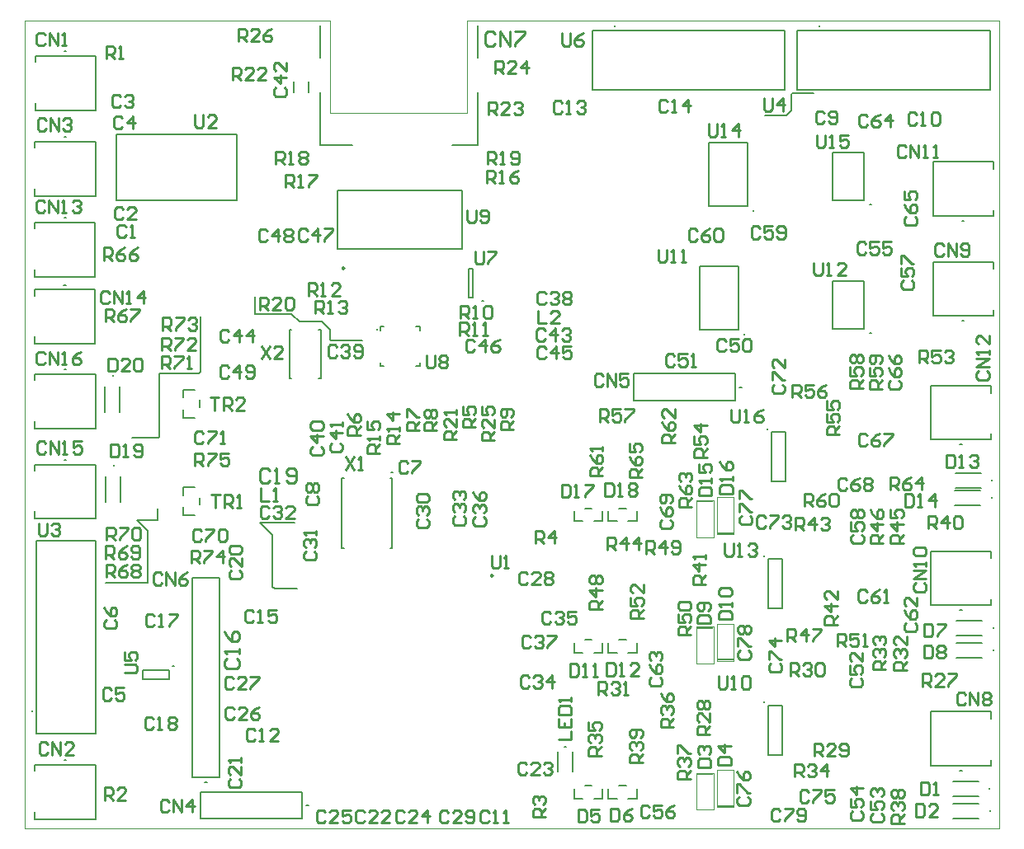
<source format=gto>
G04*
G04 #@! TF.GenerationSoftware,Altium Limited,Altium Designer,19.0.9 (268)*
G04*
G04 Layer_Color=65535*
%FSLAX25Y25*%
%MOIN*%
G70*
G01*
G75*
%ADD10C,0.00787*%
%ADD11C,0.00984*%
%ADD12C,0.00787*%
%ADD13C,0.00984*%
%ADD14C,0.00669*%
%ADD15C,0.00197*%
%ADD16C,0.01000*%
%ADD17R,0.06807X0.00744*%
%ADD18C,0.00394*%
D10*
X289547Y-148327D02*
X288760D01*
X289547D01*
X218602Y-293750D02*
X217815D01*
X218602D01*
X379410Y-81024D02*
X378622D01*
X379410D01*
X148583Y-182776D02*
X147795D01*
X148583D01*
X342010Y-74488D02*
X341297D01*
X342010D01*
Y-126516D02*
X341297D01*
X342010D01*
X185199Y-113484D02*
X184486D01*
X185199D01*
X60340Y-261310D02*
X59627D01*
X60340D01*
X16709Y-141220D02*
X15922D01*
X16709D01*
X16535Y-106988D02*
X15748D01*
X16535D01*
X16634Y-79961D02*
X15846D01*
X16634D01*
X16709Y-299213D02*
X15922D01*
X16709D01*
X16732Y-12598D02*
X15945D01*
X16732D01*
X16709Y-177756D02*
X15922D01*
X16709D01*
X378534Y-171535D02*
X377746D01*
X378534D01*
Y-238465D02*
X377746D01*
X378534D01*
X379410Y-121457D02*
X378622D01*
X379410D01*
X378534Y-303425D02*
X377746D01*
X378534D01*
X73467Y-308268D02*
X72679D01*
X73467D01*
X114547Y-317520D02*
X113760D01*
X114547D01*
X16709Y-47244D02*
X15922D01*
X16709D01*
X108465Y-29043D02*
Y-24713D01*
X114764Y-29043D02*
Y-24713D01*
X326378Y-72795D02*
X338976D01*
X326378D02*
Y-53504D01*
X338976D01*
Y-72795D02*
Y-53504D01*
X326378Y-124823D02*
X338976D01*
X326378D02*
Y-105532D01*
X338976D01*
Y-124823D02*
Y-105532D01*
X143504Y-125390D02*
Y-123819D01*
X145075D01*
X143504Y-139961D02*
Y-138390D01*
Y-139961D02*
X145075D01*
X158075D02*
X159646D01*
Y-138390D01*
Y-125390D02*
Y-123819D01*
X158075D02*
X159646D01*
D11*
X321066Y-2461D02*
D03*
X238310Y-2441D02*
D03*
X142275Y-125121D02*
D03*
X3094Y-279646D02*
D03*
X35633Y-143780D02*
D03*
X35928Y-180020D02*
D03*
X390535Y-193189D02*
D03*
X390751Y-186063D02*
D03*
X391184Y-254882D02*
D03*
X391214Y-245748D02*
D03*
X389944Y-319902D02*
D03*
X389747Y-310925D02*
D03*
D12*
X299971Y-165335D02*
D03*
X294390Y-77027D02*
D03*
X298721Y-216831D02*
D03*
X290453Y-127087D02*
D03*
X298721Y-275886D02*
D03*
D13*
X129114Y-100079D02*
X128376Y-99652D01*
Y-100505D01*
X129114Y-100079D01*
X188996Y-224528D02*
X188258Y-224101D01*
Y-224954D01*
X188996Y-224528D01*
D14*
X299114Y-38583D02*
X299606D01*
X310138Y-29429D02*
X318701D01*
X309646Y-29921D02*
X310138Y-29429D01*
X309646Y-36516D02*
Y-29921D01*
X307579Y-38583D02*
X309646Y-36516D01*
X299606Y-38583D02*
X307579D01*
X246028Y-153740D02*
Y-142902D01*
Y-153740D02*
X286791D01*
X286890Y-153642D02*
Y-142902D01*
X246028D02*
X286890D01*
X311909Y-4035D02*
X389862D01*
Y-28248D02*
Y-4035D01*
X311909Y-28248D02*
X389862D01*
X311909D02*
Y-4035D01*
X229153Y-4016D02*
X307106D01*
Y-28228D02*
Y-4016D01*
X229153Y-28228D02*
X307106D01*
X229153D02*
Y-4016D01*
X172716Y-50433D02*
X182953D01*
Y-29016D01*
Y-15000D02*
Y-2008D01*
X119173Y-15000D02*
Y-2008D01*
Y-50433D02*
Y-29016D01*
Y-50433D02*
X132283D01*
X215256Y-303789D02*
Y-295817D01*
X221161Y-303888D02*
Y-295915D01*
X391220Y-60158D02*
Y-57244D01*
X366811D02*
X391220D01*
X366811Y-79055D02*
Y-57244D01*
Y-79055D02*
X391220D01*
Y-76693D01*
X118602Y-144705D02*
X119488D01*
Y-125020D01*
X118824D02*
X119267D01*
X119488D01*
X118602D02*
X118824D01*
X106890D02*
X107111D01*
X107554D01*
X107776D01*
X106890Y-144705D02*
X107776D01*
X106890D02*
Y-125020D01*
X147500Y-213484D02*
X148386D01*
X147500Y-185236D02*
X148386D01*
X127913D02*
X128799D01*
X127913Y-213484D02*
X128799D01*
X148386D02*
Y-185236D01*
X127913Y-213484D02*
Y-185236D01*
X301663Y-186476D02*
Y-166476D01*
Y-186476D02*
X307136D01*
Y-166476D01*
X305650D02*
X307136D01*
X301663D02*
X306565D01*
X292106Y-75059D02*
Y-49468D01*
X276398D02*
X292106D01*
X276398Y-75059D02*
Y-49468D01*
Y-75059D02*
X283612D01*
X292106D01*
X300413Y-237972D02*
Y-217972D01*
Y-237972D02*
X305886D01*
Y-217972D01*
X304400D02*
X305886D01*
X300413D02*
X305315D01*
X288169Y-125118D02*
Y-99528D01*
X272461D02*
X288169D01*
X272461Y-125118D02*
Y-99528D01*
Y-125118D02*
X279675D01*
X288169D01*
X300413Y-297028D02*
Y-277028D01*
Y-297028D02*
X305886D01*
Y-277028D01*
X304400D02*
X305886D01*
X300413D02*
X305315D01*
X126378Y-68898D02*
X176673D01*
Y-92520D02*
Y-68898D01*
X126378Y-92520D02*
X176673D01*
X126279Y-92421D02*
X126378Y-92520D01*
X126279Y-92421D02*
Y-68996D01*
X126378Y-68898D01*
X179134Y-112205D02*
X181102D01*
X179134Y-100394D02*
X181102D01*
Y-112205D02*
Y-100394D01*
X179134Y-112205D02*
Y-100394D01*
X55702Y-266624D02*
X58409D01*
X47582D02*
X50289D01*
X47582Y-266428D02*
Y-266231D01*
X50289Y-266624D02*
X55702D01*
X47582Y-265345D02*
Y-263573D01*
X58409Y-266428D02*
Y-262687D01*
X47582D02*
X58409D01*
X47582Y-266231D02*
Y-265345D01*
Y-263573D02*
Y-262687D01*
X4468Y-288602D02*
Y-210650D01*
X28681D01*
Y-288602D02*
Y-210650D01*
X4468Y-288602D02*
X28681D01*
X36831Y-72913D02*
Y-46142D01*
Y-72913D02*
X85650D01*
Y-46142D01*
X36831D02*
X85650D01*
X64114Y-160709D02*
X68740D01*
X64114D02*
Y-157461D01*
Y-149390D02*
X68740D01*
X64114Y-152638D02*
Y-149390D01*
X70610Y-156378D02*
Y-153622D01*
X64114Y-200079D02*
X68740D01*
X64114D02*
Y-196831D01*
Y-188760D02*
X68740D01*
X64114Y-192008D02*
Y-188760D01*
X70610Y-195748D02*
Y-192992D01*
X235699Y-202559D02*
Y-198524D01*
Y-202559D02*
X239144D01*
X243671D02*
X247116D01*
Y-198524D01*
X239931Y-197441D02*
X242884D01*
X221919Y-202559D02*
Y-198524D01*
Y-202559D02*
X225364D01*
X229892D02*
X233337D01*
Y-198524D01*
X226152Y-197441D02*
X229104D01*
X38386Y-158543D02*
Y-148110D01*
X32382Y-158543D02*
Y-148110D01*
X38681Y-194783D02*
Y-184350D01*
X32677Y-194783D02*
Y-184350D01*
X375571Y-196142D02*
X386004D01*
X375571Y-190138D02*
X386004D01*
X375787Y-189016D02*
X386221D01*
X375787Y-183012D02*
X386221D01*
X235699Y-255709D02*
Y-251673D01*
Y-255709D02*
X239144D01*
X243671D02*
X247116D01*
Y-251673D01*
X239931Y-250590D02*
X242884D01*
X221919Y-255709D02*
Y-251673D01*
Y-255709D02*
X225364D01*
X229892D02*
X233337D01*
Y-251673D01*
X226152Y-250590D02*
X229104D01*
X376220Y-257835D02*
X386653D01*
X376220Y-251831D02*
X386653D01*
X376250Y-248701D02*
X386683D01*
X376250Y-242697D02*
X386683D01*
X235699Y-314764D02*
Y-310728D01*
Y-314764D02*
X239144D01*
X243671D02*
X247116D01*
Y-310728D01*
X239931Y-309646D02*
X242884D01*
X221919Y-314764D02*
Y-310728D01*
Y-314764D02*
X225364D01*
X229892D02*
X233337D01*
Y-310728D01*
X226152Y-309646D02*
X229104D01*
X374980Y-322854D02*
X385413D01*
X374980Y-316850D02*
X385413D01*
X374783Y-313878D02*
X385216D01*
X374783Y-307874D02*
X385216D01*
X4111Y-165000D02*
Y-162087D01*
Y-165000D02*
X28520D01*
Y-143189D01*
X4111D02*
X28520D01*
X4111Y-145551D02*
Y-143189D01*
X3937Y-130768D02*
Y-127854D01*
Y-130768D02*
X28346D01*
Y-108957D01*
X3937D02*
X28346D01*
X3937Y-111319D02*
Y-108957D01*
X4035Y-103740D02*
Y-100827D01*
Y-103740D02*
X28445D01*
Y-81929D01*
X4035D02*
X28445D01*
X4035Y-84291D02*
Y-81929D01*
X4111Y-322992D02*
Y-320079D01*
Y-322992D02*
X28520D01*
Y-301181D01*
X4111D02*
X28520D01*
X4111Y-303543D02*
Y-301181D01*
X4134Y-36378D02*
Y-33465D01*
Y-36378D02*
X28543D01*
Y-14567D01*
X4134D02*
X28543D01*
X4134Y-16929D02*
Y-14567D01*
X4111Y-201535D02*
Y-198622D01*
Y-201535D02*
X28520D01*
Y-179724D01*
X4111D02*
X28520D01*
X4111Y-182087D02*
Y-179724D01*
X390345Y-150669D02*
Y-147756D01*
X365935D02*
X390345D01*
X365935Y-169567D02*
Y-147756D01*
Y-169567D02*
X390345D01*
Y-167205D01*
Y-217598D02*
Y-214685D01*
X365935D02*
X390345D01*
X365935Y-236496D02*
Y-214685D01*
Y-236496D02*
X390345D01*
Y-234134D01*
X391220Y-100591D02*
Y-97677D01*
X366811D02*
X391220D01*
X366811Y-119488D02*
Y-97677D01*
Y-119488D02*
X391220D01*
Y-117126D01*
X390345Y-282559D02*
Y-279646D01*
X365935D02*
X390345D01*
X365935Y-301457D02*
Y-279646D01*
Y-301457D02*
X390345D01*
Y-299095D01*
X78498Y-306181D02*
Y-225354D01*
X67758Y-306181D02*
X78498D01*
X67660Y-306083D02*
Y-225354D01*
X78498D01*
X71028Y-312094D02*
X111890D01*
Y-322835D02*
Y-312094D01*
X71028Y-322933D02*
X111791D01*
X71028D02*
Y-312094D01*
X4111Y-71024D02*
Y-68110D01*
Y-71024D02*
X28520D01*
Y-49213D01*
X4111D02*
X28520D01*
X4111Y-51575D02*
Y-49213D01*
X108791Y-203051D02*
X109055Y-203315D01*
X94882Y-203051D02*
X108791D01*
X94882D02*
X100000Y-208169D01*
Y-229134D02*
Y-208169D01*
Y-229134D02*
X100787Y-229921D01*
X110039D01*
X70866Y-142264D02*
Y-119921D01*
X70413Y-142717D02*
X70866Y-142264D01*
X69488Y-142717D02*
X70413D01*
X92913Y-118701D02*
Y-111811D01*
Y-118701D02*
X93012Y-118799D01*
X94784D01*
X53543Y-202165D02*
Y-197441D01*
X45374Y-202165D02*
X53543D01*
X45374D02*
X49606Y-206398D01*
Y-227323D02*
Y-206398D01*
X32677Y-227503D02*
X49606Y-227559D01*
X54331Y-142717D02*
X69488D01*
X54331Y-168504D02*
Y-142717D01*
X53937Y-168898D02*
X54331Y-168504D01*
X43181Y-168898D02*
X53937D01*
X123524Y-129429D02*
X136417D01*
X123327Y-129232D02*
X123524Y-129429D01*
X123327Y-129232D02*
Y-125295D01*
X119882Y-121850D02*
X123327Y-125295D01*
X110787Y-121850D02*
X119882D01*
X107736Y-118799D02*
X110787Y-121850D01*
X94784Y-118799D02*
X107736D01*
D15*
X279470Y-192913D02*
X286262D01*
X279470Y-207874D02*
Y-192913D01*
Y-207874D02*
X286262D01*
Y-192913D01*
X271356Y-209055D02*
X278148D01*
Y-194095D01*
X271356D02*
X278148D01*
X271356Y-209055D02*
Y-194095D01*
X279470Y-244094D02*
X286262D01*
X279470Y-259055D02*
Y-244094D01*
Y-259055D02*
X286262D01*
Y-244094D01*
X271356Y-260236D02*
X278148D01*
Y-245276D01*
X271356D02*
X278148D01*
X271356Y-260236D02*
Y-245276D01*
X279470Y-303150D02*
X286262D01*
X279470Y-318110D02*
Y-303150D01*
Y-318110D02*
X286262D01*
Y-303150D01*
X271356Y-319291D02*
X278148D01*
Y-304331D01*
X271356D02*
X278148D01*
X271356Y-319291D02*
Y-304331D01*
D16*
X233529Y-143768D02*
X232676Y-142915D01*
X230971D01*
X230118Y-143768D01*
Y-147179D01*
X230971Y-148031D01*
X232676D01*
X233529Y-147179D01*
X235235Y-148031D02*
Y-142915D01*
X238646Y-148031D01*
Y-142915D01*
X243762D02*
X240351D01*
Y-145473D01*
X242056Y-144621D01*
X242909D01*
X243762Y-145473D01*
Y-147179D01*
X242909Y-148031D01*
X241204D01*
X240351Y-147179D01*
X32185Y-315354D02*
Y-310238D01*
X34743D01*
X35596Y-311091D01*
Y-312796D01*
X34743Y-313649D01*
X32185D01*
X33891D02*
X35596Y-315354D01*
X40712D02*
X37301D01*
X40712Y-311943D01*
Y-311091D01*
X39860Y-310238D01*
X38154D01*
X37301Y-311091D01*
X298524Y-31637D02*
Y-35901D01*
X299376Y-36754D01*
X301082D01*
X301935Y-35901D01*
Y-31637D01*
X306198Y-36754D02*
Y-31637D01*
X303640Y-34196D01*
X307051D01*
X216929Y-5218D02*
Y-9482D01*
X217782Y-10335D01*
X219487D01*
X220340Y-9482D01*
Y-5218D01*
X225457D02*
X223751Y-6071D01*
X222046Y-7776D01*
Y-9482D01*
X222898Y-10335D01*
X224604D01*
X225457Y-9482D01*
Y-8629D01*
X224604Y-7776D01*
X222046D01*
X189924Y-5336D02*
X188924Y-4337D01*
X186925D01*
X185925Y-5336D01*
Y-9335D01*
X186925Y-10335D01*
X188924D01*
X189924Y-9335D01*
X191923Y-10335D02*
Y-4337D01*
X195922Y-10335D01*
Y-4337D01*
X197921D02*
X201920D01*
Y-5336D01*
X197921Y-9335D01*
Y-10335D01*
X83801Y-24142D02*
Y-19025D01*
X86359D01*
X87212Y-19878D01*
Y-21584D01*
X86359Y-22436D01*
X83801D01*
X85507D02*
X87212Y-24142D01*
X92329D02*
X88918D01*
X92329Y-20731D01*
Y-19878D01*
X91476Y-19025D01*
X89770D01*
X88918Y-19878D01*
X97445Y-24142D02*
X94034D01*
X97445Y-20731D01*
Y-19878D01*
X96592Y-19025D01*
X94887D01*
X94034Y-19878D01*
X101445Y-27305D02*
X100592Y-28158D01*
Y-29864D01*
X101445Y-30716D01*
X104856D01*
X105709Y-29864D01*
Y-28158D01*
X104856Y-27305D01*
X105709Y-23042D02*
X100592D01*
X103150Y-25600D01*
Y-22189D01*
X105709Y-17073D02*
Y-20484D01*
X102298Y-17073D01*
X101445D01*
X100592Y-17925D01*
Y-19631D01*
X101445Y-20484D01*
X86126Y-8563D02*
Y-3447D01*
X88684D01*
X89537Y-4299D01*
Y-6005D01*
X88684Y-6858D01*
X86126D01*
X87832D02*
X89537Y-8563D01*
X94653D02*
X91243D01*
X94653Y-5152D01*
Y-4299D01*
X93801Y-3447D01*
X92095D01*
X91243Y-4299D01*
X99770Y-3447D02*
X98065Y-4299D01*
X96359Y-6005D01*
Y-7710D01*
X97212Y-8563D01*
X98917D01*
X99770Y-7710D01*
Y-6858D01*
X98917Y-6005D01*
X96359D01*
X215553Y-290945D02*
X220669D01*
Y-287534D01*
X215553Y-282417D02*
Y-285828D01*
X220669D01*
Y-282417D01*
X218111Y-285828D02*
Y-284123D01*
X215553Y-280712D02*
X220669D01*
Y-278154D01*
X219817Y-277301D01*
X216406D01*
X215553Y-278154D01*
Y-280712D01*
X220669Y-275595D02*
Y-273890D01*
Y-274743D01*
X215553D01*
X216406Y-275595D01*
X210236Y-322244D02*
X205120D01*
Y-319686D01*
X205973Y-318833D01*
X207678D01*
X208531Y-319686D01*
Y-322244D01*
Y-320539D02*
X210236Y-318833D01*
X205973Y-317128D02*
X205120Y-316275D01*
Y-314569D01*
X205973Y-313717D01*
X206825D01*
X207678Y-314569D01*
Y-315422D01*
Y-314569D01*
X208531Y-313717D01*
X209384D01*
X210236Y-314569D01*
Y-316275D01*
X209384Y-317128D01*
X360222Y-38138D02*
X359369Y-37285D01*
X357664D01*
X356811Y-38138D01*
Y-41549D01*
X357664Y-42402D01*
X359369D01*
X360222Y-41549D01*
X361928Y-42402D02*
X363633D01*
X362780D01*
Y-37285D01*
X361928Y-38138D01*
X366191D02*
X367044Y-37285D01*
X368749D01*
X369602Y-38138D01*
Y-41549D01*
X368749Y-42402D01*
X367044D01*
X366191Y-41549D01*
Y-38138D01*
X322958Y-37547D02*
X322106Y-36695D01*
X320400D01*
X319547Y-37547D01*
Y-40958D01*
X320400Y-41811D01*
X322106D01*
X322958Y-40958D01*
X324664D02*
X325516Y-41811D01*
X327222D01*
X328075Y-40958D01*
Y-37547D01*
X327222Y-36695D01*
X325516D01*
X324664Y-37547D01*
Y-38400D01*
X325516Y-39253D01*
X328075D01*
X355970Y-51248D02*
X355117Y-50395D01*
X353412D01*
X352559Y-51248D01*
Y-54659D01*
X353412Y-55512D01*
X355117D01*
X355970Y-54659D01*
X357676Y-55512D02*
Y-50395D01*
X361087Y-55512D01*
Y-50395D01*
X362792Y-55512D02*
X364497D01*
X363645D01*
Y-50395D01*
X362792Y-51248D01*
X367056Y-55512D02*
X368761D01*
X367908D01*
Y-50395D01*
X367056Y-51248D01*
X356071Y-79463D02*
X355218Y-80316D01*
Y-82021D01*
X356071Y-82874D01*
X359482D01*
X360335Y-82021D01*
Y-80316D01*
X359482Y-79463D01*
X355218Y-74347D02*
X356071Y-76052D01*
X357776Y-77758D01*
X359482D01*
X360335Y-76905D01*
Y-75199D01*
X359482Y-74347D01*
X358629D01*
X357776Y-75199D01*
Y-77758D01*
X355218Y-69230D02*
Y-72641D01*
X357776D01*
X356924Y-70936D01*
Y-70083D01*
X357776Y-69230D01*
X359482D01*
X360335Y-70083D01*
Y-71788D01*
X359482Y-72641D01*
X318760Y-97994D02*
Y-102258D01*
X319613Y-103110D01*
X321318D01*
X322171Y-102258D01*
Y-97994D01*
X323876Y-103110D02*
X325582D01*
X324729D01*
Y-97994D01*
X323876Y-98847D01*
X331551Y-103110D02*
X328140D01*
X331551Y-99699D01*
Y-98847D01*
X330698Y-97994D01*
X328993D01*
X328140Y-98847D01*
X319843Y-46360D02*
Y-50624D01*
X320695Y-51476D01*
X322401D01*
X323253Y-50624D01*
Y-46360D01*
X324959Y-51476D02*
X326664D01*
X325812D01*
Y-46360D01*
X324959Y-47213D01*
X332634Y-46360D02*
X329223D01*
Y-48918D01*
X330928Y-48065D01*
X331781D01*
X332634Y-48918D01*
Y-50624D01*
X331781Y-51476D01*
X330075D01*
X329223Y-50624D01*
X340340Y-38906D02*
X339487Y-38053D01*
X337782D01*
X336929Y-38906D01*
Y-42317D01*
X337782Y-43169D01*
X339487D01*
X340340Y-42317D01*
X345457Y-38053D02*
X343751Y-38906D01*
X342046Y-40611D01*
Y-42317D01*
X342898Y-43169D01*
X344604D01*
X345457Y-42317D01*
Y-41464D01*
X344604Y-40611D01*
X342046D01*
X349720Y-43169D02*
Y-38053D01*
X347162Y-40611D01*
X350573D01*
X283175Y-129654D02*
X282322Y-128801D01*
X280616D01*
X279764Y-129654D01*
Y-133065D01*
X280616Y-133917D01*
X282322D01*
X283175Y-133065D01*
X288291Y-128801D02*
X284880D01*
Y-131359D01*
X286586Y-130506D01*
X287439D01*
X288291Y-131359D01*
Y-133065D01*
X287439Y-133917D01*
X285733D01*
X284880Y-133065D01*
X289997Y-129654D02*
X290849Y-128801D01*
X292555D01*
X293408Y-129654D01*
Y-133065D01*
X292555Y-133917D01*
X290849D01*
X289997Y-133065D01*
Y-129654D01*
X371187Y-91091D02*
X370334Y-90238D01*
X368628D01*
X367776Y-91091D01*
Y-94502D01*
X368628Y-95354D01*
X370334D01*
X371187Y-94502D01*
X372892Y-95354D02*
Y-90238D01*
X376303Y-95354D01*
Y-90238D01*
X378009Y-94502D02*
X378861Y-95354D01*
X380567D01*
X381419Y-94502D01*
Y-91091D01*
X380567Y-90238D01*
X378861D01*
X378009Y-91091D01*
Y-91943D01*
X378861Y-92796D01*
X381419D01*
X339730Y-90480D02*
X338877Y-89628D01*
X337172D01*
X336319Y-90480D01*
Y-93891D01*
X337172Y-94744D01*
X338877D01*
X339730Y-93891D01*
X344846Y-89628D02*
X341435D01*
Y-92186D01*
X343141Y-91333D01*
X343994D01*
X344846Y-92186D01*
Y-93891D01*
X343994Y-94744D01*
X342288D01*
X341435Y-93891D01*
X349963Y-89628D02*
X346552D01*
Y-92186D01*
X348257Y-91333D01*
X349110D01*
X349963Y-92186D01*
Y-93891D01*
X349110Y-94744D01*
X347405D01*
X346552Y-93891D01*
X354831Y-105309D02*
X353978Y-106162D01*
Y-107868D01*
X354831Y-108721D01*
X358242D01*
X359095Y-107868D01*
Y-106162D01*
X358242Y-105309D01*
X353978Y-100193D02*
Y-103604D01*
X356536D01*
X355683Y-101899D01*
Y-101046D01*
X356536Y-100193D01*
X358242D01*
X359095Y-101046D01*
Y-102751D01*
X358242Y-103604D01*
X353978Y-98488D02*
Y-95077D01*
X354831D01*
X358242Y-98488D01*
X359095D01*
X232205Y-162362D02*
Y-157246D01*
X234763D01*
X235616Y-158098D01*
Y-159804D01*
X234763Y-160657D01*
X232205D01*
X233910D02*
X235616Y-162362D01*
X240732Y-157246D02*
X237321D01*
Y-159804D01*
X239027Y-158951D01*
X239879D01*
X240732Y-159804D01*
Y-161510D01*
X239879Y-162362D01*
X238174D01*
X237321Y-161510D01*
X242438Y-157246D02*
X245849D01*
Y-158098D01*
X242438Y-161510D01*
Y-162362D01*
X262520Y-170925D02*
X257403D01*
Y-168367D01*
X258256Y-167514D01*
X259962D01*
X260814Y-168367D01*
Y-170925D01*
Y-169220D02*
X262520Y-167514D01*
X257403Y-162398D02*
X258256Y-164103D01*
X259962Y-165809D01*
X261667D01*
X262520Y-164956D01*
Y-163251D01*
X261667Y-162398D01*
X260814D01*
X259962Y-163251D01*
Y-165809D01*
X262520Y-157281D02*
Y-160692D01*
X259109Y-157281D01*
X258256D01*
X257403Y-158134D01*
Y-159839D01*
X258256Y-160692D01*
X249291Y-184882D02*
X244175D01*
Y-182324D01*
X245028Y-181471D01*
X246733D01*
X247586Y-182324D01*
Y-184882D01*
Y-183176D02*
X249291Y-181471D01*
X244175Y-176355D02*
X245028Y-178060D01*
X246733Y-179765D01*
X248439D01*
X249291Y-178913D01*
Y-177207D01*
X248439Y-176355D01*
X247586D01*
X246733Y-177207D01*
Y-179765D01*
X244175Y-171238D02*
Y-174649D01*
X246733D01*
X245880Y-172943D01*
Y-172091D01*
X246733Y-171238D01*
X248439D01*
X249291Y-172091D01*
Y-173796D01*
X248439Y-174649D01*
X234409Y-187265D02*
Y-192382D01*
X236968D01*
X237820Y-191529D01*
Y-188118D01*
X236968Y-187265D01*
X234409D01*
X239526Y-192382D02*
X241231D01*
X240379D01*
Y-187265D01*
X239526Y-188118D01*
X243790D02*
X244642Y-187265D01*
X246348D01*
X247201Y-188118D01*
Y-188971D01*
X246348Y-189824D01*
X247201Y-190676D01*
Y-191529D01*
X246348Y-192382D01*
X244642D01*
X243790Y-191529D01*
Y-190676D01*
X244642Y-189824D01*
X243790Y-188971D01*
Y-188118D01*
X244642Y-189824D02*
X246348D01*
X216791Y-187654D02*
Y-192771D01*
X219350D01*
X220202Y-191918D01*
Y-188507D01*
X219350Y-187654D01*
X216791D01*
X221908Y-192771D02*
X223613D01*
X222761D01*
Y-187654D01*
X221908Y-188507D01*
X226171Y-187654D02*
X229583D01*
Y-188507D01*
X226171Y-191918D01*
Y-192771D01*
X233425Y-184272D02*
X228309D01*
Y-181713D01*
X229162Y-180861D01*
X230867D01*
X231720Y-181713D01*
Y-184272D01*
Y-182566D02*
X233425Y-180861D01*
X228309Y-175744D02*
X229162Y-177450D01*
X230867Y-179155D01*
X232573D01*
X233425Y-178302D01*
Y-176597D01*
X232573Y-175744D01*
X231720D01*
X230867Y-176597D01*
Y-179155D01*
X233425Y-174039D02*
Y-172333D01*
Y-173186D01*
X228309D01*
X229162Y-174039D01*
X206221Y-211634D02*
Y-206517D01*
X208779D01*
X209631Y-207370D01*
Y-209076D01*
X208779Y-209928D01*
X206221D01*
X207926D02*
X209631Y-211634D01*
X213895D02*
Y-206517D01*
X211337Y-209076D01*
X214748D01*
X212437Y-239850D02*
X211584Y-238998D01*
X209878D01*
X209026Y-239850D01*
Y-243261D01*
X209878Y-244114D01*
X211584D01*
X212437Y-243261D01*
X214142Y-239850D02*
X214995Y-238998D01*
X216700D01*
X217553Y-239850D01*
Y-240703D01*
X216700Y-241556D01*
X215848D01*
X216700D01*
X217553Y-242409D01*
Y-243261D01*
X216700Y-244114D01*
X214995D01*
X214142Y-243261D01*
X222670Y-238998D02*
X219258D01*
Y-241556D01*
X220964Y-240703D01*
X221817D01*
X222670Y-241556D01*
Y-243261D01*
X221817Y-244114D01*
X220111D01*
X219258Y-243261D01*
X203017Y-223925D02*
X202165Y-223073D01*
X200459D01*
X199606Y-223925D01*
Y-227336D01*
X200459Y-228189D01*
X202165D01*
X203017Y-227336D01*
X208134Y-228189D02*
X204723D01*
X208134Y-224778D01*
Y-223925D01*
X207281Y-223073D01*
X205575D01*
X204723Y-223925D01*
X209839D02*
X210692Y-223073D01*
X212397D01*
X213250Y-223925D01*
Y-224778D01*
X212397Y-225631D01*
X213250Y-226483D01*
Y-227336D01*
X212397Y-228189D01*
X210692D01*
X209839Y-227336D01*
Y-226483D01*
X210692Y-225631D01*
X209839Y-224778D01*
Y-223925D01*
X210692Y-225631D02*
X212397D01*
X296935Y-84063D02*
X296082Y-83210D01*
X294376D01*
X293524Y-84063D01*
Y-87474D01*
X294376Y-88327D01*
X296082D01*
X296935Y-87474D01*
X302051Y-83210D02*
X298640D01*
Y-85769D01*
X300346Y-84916D01*
X301198D01*
X302051Y-85769D01*
Y-87474D01*
X301198Y-88327D01*
X299493D01*
X298640Y-87474D01*
X303756D02*
X304609Y-88327D01*
X306315D01*
X307168Y-87474D01*
Y-84063D01*
X306315Y-83210D01*
X304609D01*
X303756Y-84063D01*
Y-84916D01*
X304609Y-85769D01*
X307168D01*
X255847Y-92718D02*
Y-96982D01*
X256699Y-97835D01*
X258405D01*
X259257Y-96982D01*
Y-92718D01*
X260963Y-97835D02*
X262668D01*
X261816D01*
Y-92718D01*
X260963Y-93571D01*
X265227Y-97835D02*
X266932D01*
X266079D01*
Y-92718D01*
X265227Y-93571D01*
X271580Y-85087D02*
X270727Y-84234D01*
X269022D01*
X268169Y-85087D01*
Y-88498D01*
X269022Y-89350D01*
X270727D01*
X271580Y-88498D01*
X276697Y-84234D02*
X274991Y-85087D01*
X273286Y-86792D01*
Y-88498D01*
X274138Y-89350D01*
X275844D01*
X276697Y-88498D01*
Y-87645D01*
X275844Y-86792D01*
X273286D01*
X278402Y-85087D02*
X279255Y-84234D01*
X280960D01*
X281813Y-85087D01*
Y-88498D01*
X280960Y-89350D01*
X279255D01*
X278402Y-88498D01*
Y-85087D01*
X262368Y-135776D02*
X261515Y-134923D01*
X259809D01*
X258957Y-135776D01*
Y-139187D01*
X259809Y-140039D01*
X261515D01*
X262368Y-139187D01*
X267484Y-134923D02*
X264073D01*
Y-137481D01*
X265779Y-136628D01*
X266631D01*
X267484Y-137481D01*
Y-139187D01*
X266631Y-140039D01*
X264926D01*
X264073Y-139187D01*
X269190Y-140039D02*
X270895D01*
X270042D01*
Y-134923D01*
X269190Y-135776D01*
X257311Y-202081D02*
X256458Y-202934D01*
Y-204639D01*
X257311Y-205492D01*
X260722D01*
X261575Y-204639D01*
Y-202934D01*
X260722Y-202081D01*
X256458Y-196965D02*
X257311Y-198670D01*
X259017Y-200376D01*
X260722D01*
X261575Y-199523D01*
Y-197817D01*
X260722Y-196965D01*
X259869D01*
X259017Y-197817D01*
Y-200376D01*
X260722Y-195259D02*
X261575Y-194406D01*
Y-192701D01*
X260722Y-191848D01*
X257311D01*
X256458Y-192701D01*
Y-194406D01*
X257311Y-195259D01*
X258164D01*
X259017Y-194406D01*
Y-191848D01*
X233209Y-238130D02*
X228092D01*
Y-235572D01*
X228945Y-234719D01*
X230650D01*
X231503Y-235572D01*
Y-238130D01*
Y-236424D02*
X233209Y-234719D01*
Y-230455D02*
X228092D01*
X230650Y-233014D01*
Y-229603D01*
X228945Y-227897D02*
X228092Y-227044D01*
Y-225339D01*
X228945Y-224486D01*
X229798D01*
X230650Y-225339D01*
X231503Y-224486D01*
X232356D01*
X233209Y-225339D01*
Y-227044D01*
X232356Y-227897D01*
X231503D01*
X230650Y-227044D01*
X229798Y-227897D01*
X228945D01*
X230650Y-227044D02*
Y-225339D01*
X250945Y-215709D02*
Y-210592D01*
X253503D01*
X254356Y-211445D01*
Y-213150D01*
X253503Y-214003D01*
X250945D01*
X252650D02*
X254356Y-215709D01*
X258620D02*
Y-210592D01*
X256061Y-213150D01*
X259472D01*
X261178Y-214856D02*
X262031Y-215709D01*
X263736D01*
X264589Y-214856D01*
Y-211445D01*
X263736Y-210592D01*
X262031D01*
X261178Y-211445D01*
Y-212298D01*
X262031Y-213150D01*
X264589D01*
X249803Y-241870D02*
X244687D01*
Y-239312D01*
X245539Y-238459D01*
X247245D01*
X248098Y-239312D01*
Y-241870D01*
Y-240165D02*
X249803Y-238459D01*
X244687Y-233343D02*
Y-236754D01*
X247245D01*
X246392Y-235048D01*
Y-234195D01*
X247245Y-233343D01*
X248950D01*
X249803Y-234195D01*
Y-235901D01*
X248950Y-236754D01*
X249803Y-228226D02*
Y-231637D01*
X246392Y-228226D01*
X245539D01*
X244687Y-229079D01*
Y-230784D01*
X245539Y-231637D01*
X302646Y-147337D02*
X301793Y-148190D01*
Y-149895D01*
X302646Y-150748D01*
X306057D01*
X306909Y-149895D01*
Y-148190D01*
X306057Y-147337D01*
X301793Y-145632D02*
Y-142221D01*
X302646D01*
X306057Y-145632D01*
X306909D01*
Y-137104D02*
Y-140515D01*
X303499Y-137104D01*
X302646D01*
X301793Y-137957D01*
Y-139662D01*
X302646Y-140515D01*
X285354Y-157423D02*
Y-161687D01*
X286207Y-162539D01*
X287913D01*
X288765Y-161687D01*
Y-157423D01*
X290471Y-162539D02*
X292176D01*
X291323D01*
Y-157423D01*
X290471Y-158276D01*
X298146Y-157423D02*
X296440Y-158276D01*
X294735Y-159981D01*
Y-161687D01*
X295587Y-162539D01*
X297293D01*
X298146Y-161687D01*
Y-160834D01*
X297293Y-159981D01*
X294735D01*
X181898Y-200920D02*
X181045Y-201772D01*
Y-203478D01*
X181898Y-204331D01*
X185309D01*
X186161Y-203478D01*
Y-201772D01*
X185309Y-200920D01*
X181898Y-199214D02*
X181045Y-198362D01*
Y-196656D01*
X181898Y-195803D01*
X182750D01*
X183603Y-196656D01*
Y-197509D01*
Y-196656D01*
X184456Y-195803D01*
X185309D01*
X186161Y-196656D01*
Y-198362D01*
X185309Y-199214D01*
X181045Y-190687D02*
X181898Y-192392D01*
X183603Y-194098D01*
X185309D01*
X186161Y-193245D01*
Y-191540D01*
X185309Y-190687D01*
X184456D01*
X183603Y-191540D01*
Y-194098D01*
X154651Y-179043D02*
X153798Y-178191D01*
X152093D01*
X151240Y-179043D01*
Y-182454D01*
X152093Y-183307D01*
X153798D01*
X154651Y-182454D01*
X156357Y-178191D02*
X159768D01*
Y-179043D01*
X156357Y-182454D01*
Y-183307D01*
X158984Y-201747D02*
X158132Y-202599D01*
Y-204305D01*
X158984Y-205157D01*
X162395D01*
X163248Y-204305D01*
Y-202599D01*
X162395Y-201747D01*
X158984Y-200041D02*
X158132Y-199188D01*
Y-197483D01*
X158984Y-196630D01*
X159837D01*
X160690Y-197483D01*
Y-198336D01*
Y-197483D01*
X161542Y-196630D01*
X162395D01*
X163248Y-197483D01*
Y-199188D01*
X162395Y-200041D01*
X158984Y-194925D02*
X158132Y-194072D01*
Y-192366D01*
X158984Y-191514D01*
X162395D01*
X163248Y-192366D01*
Y-194072D01*
X162395Y-194925D01*
X158984D01*
X173768Y-200644D02*
X172915Y-201497D01*
Y-203202D01*
X173768Y-204055D01*
X177179D01*
X178032Y-203202D01*
Y-201497D01*
X177179Y-200644D01*
X173768Y-198939D02*
X172915Y-198086D01*
Y-196380D01*
X173768Y-195528D01*
X174620D01*
X175473Y-196380D01*
Y-197233D01*
Y-196380D01*
X176326Y-195528D01*
X177179D01*
X178032Y-196380D01*
Y-198086D01*
X177179Y-198939D01*
X173768Y-193822D02*
X172915Y-192970D01*
Y-191264D01*
X173768Y-190411D01*
X174620D01*
X175473Y-191264D01*
Y-192117D01*
Y-191264D01*
X176326Y-190411D01*
X177179D01*
X178032Y-191264D01*
Y-192970D01*
X177179Y-193822D01*
X355512Y-191636D02*
Y-196752D01*
X358070D01*
X358923Y-195899D01*
Y-192488D01*
X358070Y-191636D01*
X355512D01*
X360628Y-196752D02*
X362334D01*
X361481D01*
Y-191636D01*
X360628Y-192488D01*
X367450Y-196752D02*
Y-191636D01*
X364892Y-194194D01*
X368303D01*
X372254Y-175710D02*
Y-180827D01*
X374812D01*
X375665Y-179974D01*
Y-176563D01*
X374812Y-175710D01*
X372254D01*
X377370Y-180827D02*
X379076D01*
X378223D01*
Y-175710D01*
X377370Y-176563D01*
X381634D02*
X382487Y-175710D01*
X384192D01*
X385045Y-176563D01*
Y-177416D01*
X384192Y-178269D01*
X383340D01*
X384192D01*
X385045Y-179121D01*
Y-179974D01*
X384192Y-180827D01*
X382487D01*
X381634Y-179974D01*
X361260Y-138543D02*
Y-133427D01*
X363818D01*
X364671Y-134280D01*
Y-135985D01*
X363818Y-136838D01*
X361260D01*
X362965D02*
X364671Y-138543D01*
X369787Y-133427D02*
X366376D01*
Y-135985D01*
X368082Y-135132D01*
X368934D01*
X369787Y-135985D01*
Y-137691D01*
X368934Y-138543D01*
X367229D01*
X366376Y-137691D01*
X371493Y-134280D02*
X372345Y-133427D01*
X374051D01*
X374904Y-134280D01*
Y-135132D01*
X374051Y-135985D01*
X373198D01*
X374051D01*
X374904Y-136838D01*
Y-137691D01*
X374051Y-138543D01*
X372345D01*
X371493Y-137691D01*
X385205Y-141963D02*
X384352Y-142816D01*
Y-144521D01*
X385205Y-145374D01*
X388616D01*
X389469Y-144521D01*
Y-142816D01*
X388616Y-141963D01*
X389469Y-140258D02*
X384352D01*
X389469Y-136847D01*
X384352D01*
X389469Y-135141D02*
Y-133436D01*
Y-134288D01*
X384352D01*
X385205Y-135141D01*
X389469Y-127466D02*
Y-130877D01*
X386057Y-127466D01*
X385205D01*
X384352Y-128319D01*
Y-130025D01*
X385205Y-130877D01*
X364961Y-205610D02*
Y-200494D01*
X367519D01*
X368372Y-201346D01*
Y-203052D01*
X367519Y-203905D01*
X364961D01*
X366666D02*
X368372Y-205610D01*
X372635D02*
Y-200494D01*
X370077Y-203052D01*
X373488D01*
X375194Y-201346D02*
X376046Y-200494D01*
X377752D01*
X378605Y-201346D01*
Y-204757D01*
X377752Y-205610D01*
X376046D01*
X375194Y-204757D01*
Y-201346D01*
X359811Y-227593D02*
X358958Y-228446D01*
Y-230151D01*
X359811Y-231004D01*
X363222D01*
X364075Y-230151D01*
Y-228446D01*
X363222Y-227593D01*
X364075Y-225887D02*
X358958D01*
X364075Y-222477D01*
X358958D01*
X364075Y-220771D02*
Y-219065D01*
Y-219918D01*
X358958D01*
X359811Y-220771D01*
Y-216507D02*
X358958Y-215655D01*
Y-213949D01*
X359811Y-213096D01*
X363222D01*
X364075Y-213949D01*
Y-215655D01*
X363222Y-216507D01*
X359811D01*
X181919Y-93407D02*
Y-97671D01*
X182772Y-98524D01*
X184477D01*
X185330Y-97671D01*
Y-93407D01*
X187036D02*
X190447D01*
Y-94260D01*
X187036Y-97671D01*
Y-98524D01*
X316561Y-312075D02*
X315708Y-311222D01*
X314002D01*
X313150Y-312075D01*
Y-315486D01*
X314002Y-316339D01*
X315708D01*
X316561Y-315486D01*
X318266Y-311222D02*
X321677D01*
Y-312075D01*
X318266Y-315486D01*
Y-316339D01*
X326794Y-311222D02*
X323382D01*
Y-313780D01*
X325088Y-312928D01*
X325941D01*
X326794Y-313780D01*
Y-315486D01*
X325941Y-316339D01*
X324235D01*
X323382Y-315486D01*
X305104Y-319654D02*
X304251Y-318801D01*
X302546D01*
X301693Y-319654D01*
Y-323065D01*
X302546Y-323917D01*
X304251D01*
X305104Y-323065D01*
X306809Y-318801D02*
X310220D01*
Y-319654D01*
X306809Y-323065D01*
Y-323917D01*
X311926Y-323065D02*
X312779Y-323917D01*
X314484D01*
X315337Y-323065D01*
Y-319654D01*
X314484Y-318801D01*
X312779D01*
X311926Y-319654D01*
Y-320506D01*
X312779Y-321359D01*
X315337D01*
X280691Y-191358D02*
X285807D01*
Y-188800D01*
X284954Y-187947D01*
X281543D01*
X280691Y-188800D01*
Y-191358D01*
X285807Y-186242D02*
Y-184536D01*
Y-185389D01*
X280691D01*
X281543Y-186242D01*
X280691Y-178567D02*
X281543Y-180273D01*
X283249Y-181978D01*
X284954D01*
X285807Y-181125D01*
Y-179420D01*
X284954Y-178567D01*
X284102D01*
X283249Y-179420D01*
Y-181978D01*
X272305Y-192126D02*
X277421D01*
Y-189568D01*
X276569Y-188715D01*
X273158D01*
X272305Y-189568D01*
Y-192126D01*
X277421Y-187010D02*
Y-185304D01*
Y-186157D01*
X272305D01*
X273158Y-187010D01*
X272305Y-179335D02*
Y-182746D01*
X274863D01*
X274010Y-181040D01*
Y-180188D01*
X274863Y-179335D01*
X276569D01*
X277421Y-180188D01*
Y-181893D01*
X276569Y-182746D01*
X269350Y-196693D02*
X264234D01*
Y-194135D01*
X265087Y-193282D01*
X266792D01*
X267645Y-194135D01*
Y-196693D01*
Y-194987D02*
X269350Y-193282D01*
X264234Y-188165D02*
X265087Y-189871D01*
X266792Y-191576D01*
X268498D01*
X269350Y-190724D01*
Y-189018D01*
X268498Y-188165D01*
X267645D01*
X266792Y-189018D01*
Y-191576D01*
X265087Y-186460D02*
X264234Y-185607D01*
Y-183902D01*
X265087Y-183049D01*
X265939D01*
X266792Y-183902D01*
Y-184755D01*
Y-183902D01*
X267645Y-183049D01*
X268498D01*
X269350Y-183902D01*
Y-185607D01*
X268498Y-186460D01*
X275551Y-176693D02*
X270435D01*
Y-174135D01*
X271287Y-173282D01*
X272993D01*
X273846Y-174135D01*
Y-176693D01*
Y-174987D02*
X275551Y-173282D01*
X270435Y-168166D02*
Y-171576D01*
X272993D01*
X272140Y-169871D01*
Y-169018D01*
X272993Y-168166D01*
X274698D01*
X275551Y-169018D01*
Y-170724D01*
X274698Y-171576D01*
X275551Y-163902D02*
X270435D01*
X272993Y-166460D01*
Y-163049D01*
X289476Y-200447D02*
X288624Y-201300D01*
Y-203006D01*
X289476Y-203858D01*
X292887D01*
X293740Y-203006D01*
Y-201300D01*
X292887Y-200447D01*
X288624Y-198742D02*
Y-195331D01*
X289476D01*
X292887Y-198742D01*
X293740D01*
X288624Y-193625D02*
Y-190214D01*
X289476D01*
X292887Y-193625D01*
X293740D01*
X308032Y-251201D02*
Y-246084D01*
X310590D01*
X311442Y-246937D01*
Y-248643D01*
X310590Y-249495D01*
X308032D01*
X309737D02*
X311442Y-251201D01*
X315706D02*
Y-246084D01*
X313148Y-248643D01*
X316559D01*
X318264Y-246084D02*
X321675D01*
Y-246937D01*
X318264Y-250348D01*
Y-251201D01*
X280336Y-242264D02*
X285453D01*
Y-239705D01*
X284600Y-238853D01*
X281189D01*
X280336Y-239705D01*
Y-242264D01*
X285453Y-237147D02*
Y-235442D01*
Y-236295D01*
X280336D01*
X281189Y-237147D01*
Y-232884D02*
X280336Y-232031D01*
Y-230325D01*
X281189Y-229473D01*
X284600D01*
X285453Y-230325D01*
Y-232031D01*
X284600Y-232884D01*
X281189D01*
X271773Y-243917D02*
X276890D01*
Y-241359D01*
X276037Y-240506D01*
X272626D01*
X271773Y-241359D01*
Y-243917D01*
X276037Y-238801D02*
X276890Y-237948D01*
Y-236243D01*
X276037Y-235390D01*
X272626D01*
X271773Y-236243D01*
Y-237948D01*
X272626Y-238801D01*
X273479D01*
X274331Y-237948D01*
Y-235390D01*
X269016Y-248642D02*
X263899D01*
Y-246083D01*
X264752Y-245231D01*
X266458D01*
X267310Y-246083D01*
Y-248642D01*
Y-246936D02*
X269016Y-245231D01*
X263899Y-240114D02*
Y-243525D01*
X266458D01*
X265605Y-241820D01*
Y-240967D01*
X266458Y-240114D01*
X268163D01*
X269016Y-240967D01*
Y-242672D01*
X268163Y-243525D01*
X264752Y-238409D02*
X263899Y-237556D01*
Y-235851D01*
X264752Y-234998D01*
X268163D01*
X269016Y-235851D01*
Y-237556D01*
X268163Y-238409D01*
X264752D01*
X288965Y-254936D02*
X288112Y-255788D01*
Y-257494D01*
X288965Y-258347D01*
X292376D01*
X293228Y-257494D01*
Y-255788D01*
X292376Y-254936D01*
X288112Y-253230D02*
Y-249819D01*
X288965D01*
X292376Y-253230D01*
X293228D01*
X288965Y-248113D02*
X288112Y-247261D01*
Y-245555D01*
X288965Y-244703D01*
X289817D01*
X290670Y-245555D01*
X291523Y-244703D01*
X292376D01*
X293228Y-245555D01*
Y-247261D01*
X292376Y-248113D01*
X291523D01*
X290670Y-247261D01*
X289817Y-248113D01*
X288965D01*
X290670Y-247261D02*
Y-245555D01*
X328209Y-244390D02*
X323092D01*
Y-241831D01*
X323945Y-240979D01*
X325650D01*
X326503Y-241831D01*
Y-244390D01*
Y-242684D02*
X328209Y-240979D01*
Y-236715D02*
X323092D01*
X325650Y-239273D01*
Y-235862D01*
X328209Y-230746D02*
Y-234157D01*
X324798Y-230746D01*
X323945D01*
X323092Y-231599D01*
Y-233304D01*
X323945Y-234157D01*
X299179Y-201130D02*
X298326Y-200277D01*
X296620D01*
X295768Y-201130D01*
Y-204541D01*
X296620Y-205394D01*
X298326D01*
X299179Y-204541D01*
X300884Y-200277D02*
X304295D01*
Y-201130D01*
X300884Y-204541D01*
Y-205394D01*
X306001Y-201130D02*
X306853Y-200277D01*
X308559D01*
X309412Y-201130D01*
Y-201983D01*
X308559Y-202835D01*
X307706D01*
X308559D01*
X309412Y-203688D01*
Y-204541D01*
X308559Y-205394D01*
X306853D01*
X306001Y-204541D01*
X274902Y-227992D02*
X269785D01*
Y-225434D01*
X270638Y-224581D01*
X272343D01*
X273196Y-225434D01*
Y-227992D01*
Y-226287D02*
X274902Y-224581D01*
Y-220317D02*
X269785D01*
X272343Y-222876D01*
Y-219465D01*
X274902Y-217759D02*
Y-216054D01*
Y-216906D01*
X269785D01*
X270638Y-217759D01*
X282736Y-211635D02*
Y-215899D01*
X283589Y-216752D01*
X285295D01*
X286147Y-215899D01*
Y-211635D01*
X287853Y-216752D02*
X289558D01*
X288705D01*
Y-211635D01*
X287853Y-212488D01*
X292116D02*
X292969Y-211635D01*
X294675D01*
X295527Y-212488D01*
Y-213341D01*
X294675Y-214194D01*
X293822D01*
X294675D01*
X295527Y-215047D01*
Y-215899D01*
X294675Y-216752D01*
X292969D01*
X292116Y-215899D01*
X311260Y-206240D02*
Y-201124D01*
X313818D01*
X314671Y-201976D01*
Y-203682D01*
X313818Y-204535D01*
X311260D01*
X312965D02*
X314671Y-206240D01*
X318934D02*
Y-201124D01*
X316376Y-203682D01*
X319787D01*
X321493Y-201976D02*
X322345Y-201124D01*
X324051D01*
X324904Y-201976D01*
Y-202829D01*
X324051Y-203682D01*
X323198D01*
X324051D01*
X324904Y-204535D01*
Y-205387D01*
X324051Y-206240D01*
X322345D01*
X321493Y-205387D01*
X314823Y-196575D02*
Y-191458D01*
X317381D01*
X318234Y-192311D01*
Y-194017D01*
X317381Y-194869D01*
X314823D01*
X316528D02*
X318234Y-196575D01*
X323350Y-191458D02*
X321645Y-192311D01*
X319939Y-194017D01*
Y-195722D01*
X320792Y-196575D01*
X322498D01*
X323350Y-195722D01*
Y-194869D01*
X322498Y-194017D01*
X319939D01*
X325056Y-192311D02*
X325908Y-191458D01*
X327614D01*
X328467Y-192311D01*
Y-195722D01*
X327614Y-196575D01*
X325908D01*
X325056Y-195722D01*
Y-192311D01*
X310079Y-152500D02*
Y-147383D01*
X312637D01*
X313490Y-148236D01*
Y-149942D01*
X312637Y-150794D01*
X310079D01*
X311784D02*
X313490Y-152500D01*
X318606Y-147383D02*
X315195D01*
Y-149942D01*
X316901Y-149089D01*
X317753D01*
X318606Y-149942D01*
Y-151647D01*
X317753Y-152500D01*
X316048D01*
X315195Y-151647D01*
X323723Y-147383D02*
X322017Y-148236D01*
X320312Y-149942D01*
Y-151647D01*
X321164Y-152500D01*
X322870D01*
X323723Y-151647D01*
Y-150794D01*
X322870Y-149942D01*
X320312D01*
X329075Y-167618D02*
X323958D01*
Y-165060D01*
X324811Y-164207D01*
X326517D01*
X327369Y-165060D01*
Y-167618D01*
Y-165913D02*
X329075Y-164207D01*
X323958Y-159091D02*
Y-162502D01*
X326517D01*
X325664Y-160796D01*
Y-159943D01*
X326517Y-159091D01*
X328222D01*
X329075Y-159943D01*
Y-161649D01*
X328222Y-162502D01*
X323958Y-153974D02*
Y-157385D01*
X326517D01*
X325664Y-155680D01*
Y-154827D01*
X326517Y-153974D01*
X328222D01*
X329075Y-154827D01*
Y-156532D01*
X328222Y-157385D01*
X340242Y-167961D02*
X339389Y-167108D01*
X337683D01*
X336831Y-167961D01*
Y-171372D01*
X337683Y-172224D01*
X339389D01*
X340242Y-171372D01*
X345358Y-167108D02*
X343653Y-167961D01*
X341947Y-169666D01*
Y-171372D01*
X342800Y-172224D01*
X344505D01*
X345358Y-171372D01*
Y-170519D01*
X344505Y-169666D01*
X341947D01*
X347064Y-167108D02*
X350475D01*
Y-167961D01*
X347064Y-171372D01*
Y-172224D01*
X349468Y-189862D02*
Y-184746D01*
X352027D01*
X352880Y-185599D01*
Y-187304D01*
X352027Y-188157D01*
X349468D01*
X351174D02*
X352880Y-189862D01*
X357996Y-184746D02*
X356291Y-185599D01*
X354585Y-187304D01*
Y-189009D01*
X355438Y-189862D01*
X357143D01*
X357996Y-189009D01*
Y-188157D01*
X357143Y-187304D01*
X354585D01*
X362260Y-189862D02*
Y-184746D01*
X359701Y-187304D01*
X363112D01*
X332033Y-185854D02*
X331180Y-185002D01*
X329475D01*
X328622Y-185854D01*
Y-189265D01*
X329475Y-190118D01*
X331180D01*
X332033Y-189265D01*
X337150Y-185002D02*
X335444Y-185854D01*
X333738Y-187560D01*
Y-189265D01*
X334591Y-190118D01*
X336297D01*
X337150Y-189265D01*
Y-188413D01*
X336297Y-187560D01*
X333738D01*
X338855Y-185854D02*
X339708Y-185002D01*
X341413D01*
X342266Y-185854D01*
Y-186707D01*
X341413Y-187560D01*
X342266Y-188413D01*
Y-189265D01*
X341413Y-190118D01*
X339708D01*
X338855Y-189265D01*
Y-188413D01*
X339708Y-187560D01*
X338855Y-186707D01*
Y-185854D01*
X339708Y-187560D02*
X341413D01*
X338524Y-148819D02*
X333407D01*
Y-146261D01*
X334260Y-145408D01*
X335965D01*
X336818Y-146261D01*
Y-148819D01*
Y-147113D02*
X338524Y-145408D01*
X333407Y-140292D02*
Y-143702D01*
X335965D01*
X335113Y-141997D01*
Y-141144D01*
X335965Y-140292D01*
X337671D01*
X338524Y-141144D01*
Y-142850D01*
X337671Y-143702D01*
X334260Y-138586D02*
X333407Y-137733D01*
Y-136028D01*
X334260Y-135175D01*
X335113D01*
X335965Y-136028D01*
X336818Y-135175D01*
X337671D01*
X338524Y-136028D01*
Y-137733D01*
X337671Y-138586D01*
X336818D01*
X335965Y-137733D01*
X335113Y-138586D01*
X334260D01*
X335965Y-137733D02*
Y-136028D01*
X346299Y-149035D02*
X341183D01*
Y-146477D01*
X342036Y-145624D01*
X343741D01*
X344594Y-146477D01*
Y-149035D01*
Y-147330D02*
X346299Y-145624D01*
X341183Y-140508D02*
Y-143919D01*
X343741D01*
X342888Y-142213D01*
Y-141361D01*
X343741Y-140508D01*
X345446D01*
X346299Y-141361D01*
Y-143066D01*
X345446Y-143919D01*
Y-138803D02*
X346299Y-137950D01*
Y-136244D01*
X345446Y-135391D01*
X342036D01*
X341183Y-136244D01*
Y-137950D01*
X342036Y-138803D01*
X342888D01*
X343741Y-137950D01*
Y-135391D01*
X349673Y-145743D02*
X348821Y-146595D01*
Y-148301D01*
X349673Y-149153D01*
X353084D01*
X353937Y-148301D01*
Y-146595D01*
X353084Y-145743D01*
X348821Y-140626D02*
X349673Y-142332D01*
X351379Y-144037D01*
X353084D01*
X353937Y-143184D01*
Y-141479D01*
X353084Y-140626D01*
X352232D01*
X351379Y-141479D01*
Y-144037D01*
X348821Y-135510D02*
X349673Y-137215D01*
X351379Y-138921D01*
X353084D01*
X353937Y-138068D01*
Y-136362D01*
X353084Y-135510D01*
X352232D01*
X351379Y-136362D01*
Y-138921D01*
X363347Y-244116D02*
Y-249232D01*
X365905D01*
X366757Y-248379D01*
Y-244969D01*
X365905Y-244116D01*
X363347D01*
X368463D02*
X371874D01*
Y-244969D01*
X368463Y-248379D01*
Y-249232D01*
X346673Y-211595D02*
X341557D01*
Y-209036D01*
X342409Y-208184D01*
X344115D01*
X344968Y-209036D01*
Y-211595D01*
Y-209889D02*
X346673Y-208184D01*
Y-203920D02*
X341557D01*
X344115Y-206478D01*
Y-203067D01*
X341557Y-197951D02*
X342409Y-199656D01*
X344115Y-201362D01*
X345820D01*
X346673Y-200509D01*
Y-198803D01*
X345820Y-197951D01*
X344968D01*
X344115Y-198803D01*
Y-201362D01*
X334555Y-208085D02*
X333702Y-208938D01*
Y-210643D01*
X334555Y-211496D01*
X337966D01*
X338819Y-210643D01*
Y-208938D01*
X337966Y-208085D01*
X333702Y-202969D02*
Y-206380D01*
X336261D01*
X335408Y-204674D01*
Y-203821D01*
X336261Y-202969D01*
X337966D01*
X338819Y-203821D01*
Y-205527D01*
X337966Y-206380D01*
X334555Y-201263D02*
X333702Y-200410D01*
Y-198705D01*
X334555Y-197852D01*
X335408D01*
X336261Y-198705D01*
X337113Y-197852D01*
X337966D01*
X338819Y-198705D01*
Y-200410D01*
X337966Y-201263D01*
X337113D01*
X336261Y-200410D01*
X335408Y-201263D01*
X334555D01*
X336261Y-200410D02*
Y-198705D01*
X354823Y-211496D02*
X349706D01*
Y-208938D01*
X350559Y-208085D01*
X352265D01*
X353117Y-208938D01*
Y-211496D01*
Y-209791D02*
X354823Y-208085D01*
Y-203821D02*
X349706D01*
X352265Y-206380D01*
Y-202969D01*
X349706Y-197852D02*
Y-201263D01*
X352265D01*
X351412Y-199558D01*
Y-198705D01*
X352265Y-197852D01*
X353970D01*
X354823Y-198705D01*
Y-200410D01*
X353970Y-201263D01*
X363307Y-252817D02*
Y-257933D01*
X365865D01*
X366718Y-257080D01*
Y-253669D01*
X365865Y-252817D01*
X363307D01*
X368424Y-253669D02*
X369276Y-252817D01*
X370982D01*
X371834Y-253669D01*
Y-254522D01*
X370982Y-255375D01*
X371834Y-256228D01*
Y-257080D01*
X370982Y-257933D01*
X369276D01*
X368424Y-257080D01*
Y-256228D01*
X369276Y-255375D01*
X368424Y-254522D01*
Y-253669D01*
X369276Y-255375D02*
X370982D01*
X253099Y-265703D02*
X252246Y-266556D01*
Y-268261D01*
X253099Y-269114D01*
X256509D01*
X257362Y-268261D01*
Y-266556D01*
X256509Y-265703D01*
X252246Y-260587D02*
X253099Y-262292D01*
X254804Y-263998D01*
X256509D01*
X257362Y-263145D01*
Y-261439D01*
X256509Y-260587D01*
X255657D01*
X254804Y-261439D01*
Y-263998D01*
X253099Y-258881D02*
X252246Y-258029D01*
Y-256323D01*
X253099Y-255470D01*
X253951D01*
X254804Y-256323D01*
Y-257176D01*
Y-256323D01*
X255657Y-255470D01*
X256509D01*
X257362Y-256323D01*
Y-258029D01*
X256509Y-258881D01*
X301386Y-260113D02*
X300533Y-260965D01*
Y-262671D01*
X301386Y-263524D01*
X304797D01*
X305650Y-262671D01*
Y-260965D01*
X304797Y-260113D01*
X300533Y-258407D02*
Y-254996D01*
X301386D01*
X304797Y-258407D01*
X305650D01*
Y-250732D02*
X300533D01*
X303091Y-253291D01*
Y-249880D01*
X288532Y-314069D02*
X287679Y-314922D01*
Y-316628D01*
X288532Y-317480D01*
X291943D01*
X292795Y-316628D01*
Y-314922D01*
X291943Y-314069D01*
X287679Y-312364D02*
Y-308953D01*
X288532D01*
X291943Y-312364D01*
X292795D01*
X287679Y-303836D02*
X288532Y-305542D01*
X290237Y-307247D01*
X291943D01*
X292795Y-306395D01*
Y-304689D01*
X291943Y-303836D01*
X291090D01*
X290237Y-304689D01*
Y-307247D01*
X356181Y-262844D02*
X351065D01*
Y-260286D01*
X351917Y-259434D01*
X353623D01*
X354476Y-260286D01*
Y-262844D01*
Y-261139D02*
X356181Y-259434D01*
X351917Y-257728D02*
X351065Y-256875D01*
Y-255170D01*
X351917Y-254317D01*
X352770D01*
X353623Y-255170D01*
Y-256023D01*
Y-255170D01*
X354476Y-254317D01*
X355328D01*
X356181Y-255170D01*
Y-256875D01*
X355328Y-257728D01*
X356181Y-249201D02*
Y-252611D01*
X352770Y-249201D01*
X351917D01*
X351065Y-250053D01*
Y-251759D01*
X351917Y-252611D01*
X347776Y-262648D02*
X342659D01*
Y-260089D01*
X343512Y-259237D01*
X345217D01*
X346070Y-260089D01*
Y-262648D01*
Y-260942D02*
X347776Y-259237D01*
X343512Y-257531D02*
X342659Y-256678D01*
Y-254973D01*
X343512Y-254120D01*
X344365D01*
X345217Y-254973D01*
Y-255826D01*
Y-254973D01*
X346070Y-254120D01*
X346923D01*
X347776Y-254973D01*
Y-256678D01*
X346923Y-257531D01*
X343512Y-252415D02*
X342659Y-251562D01*
Y-249856D01*
X343512Y-249004D01*
X344365D01*
X345217Y-249856D01*
Y-250709D01*
Y-249856D01*
X346070Y-249004D01*
X346923D01*
X347776Y-249856D01*
Y-251562D01*
X346923Y-252415D01*
X334102Y-266077D02*
X333250Y-266930D01*
Y-268635D01*
X334102Y-269488D01*
X337513D01*
X338366Y-268635D01*
Y-266930D01*
X337513Y-266077D01*
X333250Y-260961D02*
Y-264372D01*
X335808D01*
X334955Y-262666D01*
Y-261813D01*
X335808Y-260961D01*
X337513D01*
X338366Y-261813D01*
Y-263519D01*
X337513Y-264372D01*
X338366Y-255844D02*
Y-259255D01*
X334955Y-255844D01*
X334102D01*
X333250Y-256697D01*
Y-258402D01*
X334102Y-259255D01*
X309193Y-265079D02*
Y-259962D01*
X311751D01*
X312604Y-260815D01*
Y-262521D01*
X311751Y-263373D01*
X309193D01*
X310898D02*
X312604Y-265079D01*
X314309Y-260815D02*
X315162Y-259962D01*
X316868D01*
X317720Y-260815D01*
Y-261668D01*
X316868Y-262521D01*
X316015D01*
X316868D01*
X317720Y-263373D01*
Y-264226D01*
X316868Y-265079D01*
X315162D01*
X314309Y-264226D01*
X319426Y-260815D02*
X320279Y-259962D01*
X321984D01*
X322837Y-260815D01*
Y-264226D01*
X321984Y-265079D01*
X320279D01*
X319426Y-264226D01*
Y-260815D01*
X276693Y-288779D02*
X271576D01*
Y-286221D01*
X272429Y-285369D01*
X274135D01*
X274987Y-286221D01*
Y-288779D01*
Y-287074D02*
X276693Y-285369D01*
Y-280252D02*
Y-283663D01*
X273282Y-280252D01*
X272429D01*
X271576Y-281105D01*
Y-282810D01*
X272429Y-283663D01*
Y-278547D02*
X271576Y-277694D01*
Y-275988D01*
X272429Y-275136D01*
X273282D01*
X274135Y-275988D01*
X274987Y-275136D01*
X275840D01*
X276693Y-275988D01*
Y-277694D01*
X275840Y-278547D01*
X274987D01*
X274135Y-277694D01*
X273282Y-278547D01*
X272429D01*
X274135Y-277694D02*
Y-275988D01*
X280177Y-265277D02*
Y-269541D01*
X281030Y-270394D01*
X282735D01*
X283588Y-269541D01*
Y-265277D01*
X285294Y-270394D02*
X286999D01*
X286146D01*
Y-265277D01*
X285294Y-266130D01*
X289557D02*
X290410Y-265277D01*
X292116D01*
X292968Y-266130D01*
Y-269541D01*
X292116Y-270394D01*
X290410D01*
X289557Y-269541D01*
Y-266130D01*
X318839Y-297598D02*
Y-292482D01*
X321397D01*
X322250Y-293335D01*
Y-295040D01*
X321397Y-295893D01*
X318839D01*
X320544D02*
X322250Y-297598D01*
X327366D02*
X323955D01*
X327366Y-294187D01*
Y-293335D01*
X326513Y-292482D01*
X324808D01*
X323955Y-293335D01*
X329071Y-296746D02*
X329924Y-297598D01*
X331630D01*
X332483Y-296746D01*
Y-293335D01*
X331630Y-292482D01*
X329924D01*
X329071Y-293335D01*
Y-294187D01*
X329924Y-295040D01*
X332483D01*
X231693Y-272736D02*
Y-267620D01*
X234251D01*
X235104Y-268473D01*
Y-270178D01*
X234251Y-271031D01*
X231693D01*
X233398D02*
X235104Y-272736D01*
X236809Y-268473D02*
X237662Y-267620D01*
X239368D01*
X240220Y-268473D01*
Y-269325D01*
X239368Y-270178D01*
X238515D01*
X239368D01*
X240220Y-271031D01*
Y-271884D01*
X239368Y-272736D01*
X237662D01*
X236809Y-271884D01*
X241926Y-272736D02*
X243631D01*
X242779D01*
Y-267620D01*
X241926Y-268473D01*
X261910Y-285778D02*
X256793D01*
Y-283219D01*
X257646Y-282367D01*
X259351D01*
X260204Y-283219D01*
Y-285778D01*
Y-284072D02*
X261910Y-282367D01*
X257646Y-280661D02*
X256793Y-279808D01*
Y-278103D01*
X257646Y-277250D01*
X258499D01*
X259351Y-278103D01*
Y-278956D01*
Y-278103D01*
X260204Y-277250D01*
X261057D01*
X261910Y-278103D01*
Y-279808D01*
X261057Y-280661D01*
X256793Y-272134D02*
X257646Y-273839D01*
X259351Y-275545D01*
X261057D01*
X261910Y-274692D01*
Y-272986D01*
X261057Y-272134D01*
X260204D01*
X259351Y-272986D01*
Y-275545D01*
X249508Y-300315D02*
X244391D01*
Y-297757D01*
X245244Y-296904D01*
X246950D01*
X247802Y-297757D01*
Y-300315D01*
Y-298609D02*
X249508Y-296904D01*
X245244Y-295198D02*
X244391Y-294346D01*
Y-292640D01*
X245244Y-291788D01*
X246097D01*
X246950Y-292640D01*
Y-293493D01*
Y-292640D01*
X247802Y-291788D01*
X248655D01*
X249508Y-292640D01*
Y-294346D01*
X248655Y-295198D01*
Y-290082D02*
X249508Y-289229D01*
Y-287524D01*
X248655Y-286671D01*
X245244D01*
X244391Y-287524D01*
Y-289229D01*
X245244Y-290082D01*
X246097D01*
X246950Y-289229D01*
Y-286671D01*
X280061Y-301181D02*
X285177D01*
Y-298623D01*
X284324Y-297770D01*
X280913D01*
X280061Y-298623D01*
Y-301181D01*
X285177Y-293506D02*
X280061D01*
X282619Y-296065D01*
Y-292654D01*
X271872Y-301988D02*
X276988D01*
Y-299430D01*
X276135Y-298577D01*
X272725D01*
X271872Y-299430D01*
Y-301988D01*
X272725Y-296872D02*
X271872Y-296019D01*
Y-294314D01*
X272725Y-293461D01*
X273577D01*
X274430Y-294314D01*
Y-295166D01*
Y-294314D01*
X275283Y-293461D01*
X276135D01*
X276988Y-294314D01*
Y-296019D01*
X276135Y-296872D01*
X268878Y-306791D02*
X263761D01*
Y-304233D01*
X264614Y-303380D01*
X266320D01*
X267173Y-304233D01*
Y-306791D01*
Y-305086D02*
X268878Y-303380D01*
X264614Y-301675D02*
X263761Y-300822D01*
Y-299117D01*
X264614Y-298264D01*
X265467D01*
X266320Y-299117D01*
Y-299969D01*
Y-299117D01*
X267173Y-298264D01*
X268025D01*
X268878Y-299117D01*
Y-300822D01*
X268025Y-301675D01*
X263761Y-296558D02*
Y-293147D01*
X264614D01*
X268025Y-296558D01*
X268878D01*
X232815Y-297323D02*
X227698D01*
Y-294765D01*
X228551Y-293912D01*
X230257D01*
X231109Y-294765D01*
Y-297323D01*
Y-295617D02*
X232815Y-293912D01*
X228551Y-292206D02*
X227698Y-291354D01*
Y-289648D01*
X228551Y-288795D01*
X229404D01*
X230257Y-289648D01*
Y-290501D01*
Y-289648D01*
X231109Y-288795D01*
X231962D01*
X232815Y-289648D01*
Y-291354D01*
X231962Y-292206D01*
X227698Y-283679D02*
Y-287090D01*
X230257D01*
X229404Y-285384D01*
Y-284532D01*
X230257Y-283679D01*
X231962D01*
X232815Y-284532D01*
Y-286237D01*
X231962Y-287090D01*
X220197Y-260277D02*
Y-265394D01*
X222755D01*
X223608Y-264541D01*
Y-261130D01*
X222755Y-260277D01*
X220197D01*
X225313Y-265394D02*
X227019D01*
X226166D01*
Y-260277D01*
X225313Y-261130D01*
X229577Y-265394D02*
X231282D01*
X230430D01*
Y-260277D01*
X229577Y-261130D01*
X235079Y-259982D02*
Y-265098D01*
X237637D01*
X238490Y-264246D01*
Y-260835D01*
X237637Y-259982D01*
X235079D01*
X240195Y-265098D02*
X241901D01*
X241048D01*
Y-259982D01*
X240195Y-260835D01*
X247870Y-265098D02*
X244459D01*
X247870Y-261687D01*
Y-260835D01*
X247017Y-259982D01*
X245312D01*
X244459Y-260835D01*
X223524Y-319175D02*
Y-324291D01*
X226082D01*
X226935Y-323439D01*
Y-320028D01*
X226082Y-319175D01*
X223524D01*
X232051D02*
X228640D01*
Y-321733D01*
X230346Y-320880D01*
X231198D01*
X232051Y-321733D01*
Y-323439D01*
X231198Y-324291D01*
X229493D01*
X228640Y-323439D01*
X236673Y-318663D02*
Y-323780D01*
X239231D01*
X240084Y-322927D01*
Y-319516D01*
X239231Y-318663D01*
X236673D01*
X245201D02*
X243495Y-319516D01*
X241790Y-321221D01*
Y-322927D01*
X242642Y-323780D01*
X244348D01*
X245201Y-322927D01*
Y-322074D01*
X244348Y-321221D01*
X241790D01*
X252210Y-318197D02*
X251357Y-317344D01*
X249652D01*
X248799Y-318197D01*
Y-321608D01*
X249652Y-322461D01*
X251357D01*
X252210Y-321608D01*
X257327Y-317344D02*
X253916D01*
Y-319902D01*
X255621Y-319050D01*
X256474D01*
X257327Y-319902D01*
Y-321608D01*
X256474Y-322461D01*
X254768D01*
X253916Y-321608D01*
X262443Y-317344D02*
X260738Y-318197D01*
X259032Y-319902D01*
Y-321608D01*
X259885Y-322461D01*
X261590D01*
X262443Y-321608D01*
Y-320755D01*
X261590Y-319902D01*
X259032D01*
X83335Y-222569D02*
X82482Y-223422D01*
Y-225127D01*
X83335Y-225980D01*
X86746D01*
X87598Y-225127D01*
Y-223422D01*
X86746Y-222569D01*
X87598Y-217453D02*
Y-220864D01*
X84188Y-217453D01*
X83335D01*
X82482Y-218305D01*
Y-220011D01*
X83335Y-220864D01*
Y-215747D02*
X82482Y-214894D01*
Y-213189D01*
X83335Y-212336D01*
X86746D01*
X87598Y-213189D01*
Y-214894D01*
X86746Y-215747D01*
X83335D01*
X98782Y-182187D02*
X97782Y-181187D01*
X95783D01*
X94784Y-182187D01*
Y-186185D01*
X95783Y-187185D01*
X97782D01*
X98782Y-186185D01*
X100782Y-187185D02*
X102781D01*
X101781D01*
Y-181187D01*
X100782Y-182187D01*
X105780Y-186185D02*
X106780Y-187185D01*
X108779D01*
X109779Y-186185D01*
Y-182187D01*
X108779Y-181187D01*
X106780D01*
X105780Y-182187D01*
Y-183186D01*
X106780Y-184186D01*
X109779D01*
X81616Y-258108D02*
X80616Y-259107D01*
Y-261107D01*
X81616Y-262106D01*
X85615D01*
X86614Y-261107D01*
Y-259107D01*
X85615Y-258108D01*
X86614Y-256108D02*
Y-254109D01*
Y-255109D01*
X80616D01*
X81616Y-256108D01*
X80616Y-247111D02*
X81616Y-249111D01*
X83615Y-251110D01*
X85615D01*
X86614Y-250110D01*
Y-248111D01*
X85615Y-247111D01*
X84615D01*
X83615Y-248111D01*
Y-251110D01*
X137151Y-320244D02*
X136298Y-319391D01*
X134593D01*
X133740Y-320244D01*
Y-323655D01*
X134593Y-324508D01*
X136298D01*
X137151Y-323655D01*
X142268Y-324508D02*
X138857D01*
X142268Y-321097D01*
Y-320244D01*
X141415Y-319391D01*
X139709D01*
X138857Y-320244D01*
X147384Y-324508D02*
X143973D01*
X147384Y-321097D01*
Y-320244D01*
X146531Y-319391D01*
X144826D01*
X143973Y-320244D01*
X83108Y-306825D02*
X82256Y-307678D01*
Y-309384D01*
X83108Y-310236D01*
X86519D01*
X87372Y-309384D01*
Y-307678D01*
X86519Y-306825D01*
X87372Y-301709D02*
Y-305120D01*
X83961Y-301709D01*
X83108D01*
X82256Y-302561D01*
Y-304267D01*
X83108Y-305120D01*
X87372Y-300003D02*
Y-298298D01*
Y-299151D01*
X82256D01*
X83108Y-300003D01*
X95472Y-131714D02*
X98883Y-136831D01*
Y-131714D02*
X95472Y-136831D01*
X104000D02*
X100589D01*
X104000Y-133420D01*
Y-132567D01*
X103147Y-131714D01*
X101442D01*
X100589Y-132567D01*
X129626Y-176557D02*
X133037Y-181673D01*
Y-176557D02*
X129626Y-181673D01*
X134742D02*
X136448D01*
X135595D01*
Y-176557D01*
X134742Y-177410D01*
X276220Y-41951D02*
Y-46214D01*
X277073Y-47067D01*
X278779D01*
X279631Y-46214D01*
Y-41951D01*
X281337Y-47067D02*
X283042D01*
X282190D01*
Y-41951D01*
X281337Y-42803D01*
X288159Y-47067D02*
Y-41951D01*
X285601Y-44509D01*
X289012D01*
X178720Y-76675D02*
Y-80939D01*
X179573Y-81791D01*
X181279D01*
X182131Y-80939D01*
Y-76675D01*
X183837Y-80939D02*
X184690Y-81791D01*
X186395D01*
X187248Y-80939D01*
Y-77528D01*
X186395Y-76675D01*
X184690D01*
X183837Y-77528D01*
Y-78380D01*
X184690Y-79233D01*
X187248D01*
X162205Y-135533D02*
Y-139797D01*
X163057Y-140650D01*
X164763D01*
X165616Y-139797D01*
Y-135533D01*
X167321Y-136386D02*
X168174Y-135533D01*
X169879D01*
X170732Y-136386D01*
Y-137239D01*
X169879Y-138091D01*
X170732Y-138944D01*
Y-139797D01*
X169879Y-140650D01*
X168174D01*
X167321Y-139797D01*
Y-138944D01*
X168174Y-138091D01*
X167321Y-137239D01*
Y-136386D01*
X168174Y-138091D02*
X169879D01*
X40320Y-263877D02*
X44584D01*
X45436Y-263024D01*
Y-261319D01*
X44584Y-260466D01*
X40320D01*
Y-255350D02*
Y-258761D01*
X42878D01*
X42026Y-257055D01*
Y-256203D01*
X42878Y-255350D01*
X44584D01*
X45436Y-256203D01*
Y-257908D01*
X44584Y-258761D01*
X5512Y-203348D02*
Y-207612D01*
X6364Y-208465D01*
X8070D01*
X8923Y-207612D01*
Y-203348D01*
X10628Y-204201D02*
X11481Y-203348D01*
X13186D01*
X14039Y-204201D01*
Y-205054D01*
X13186Y-205906D01*
X12334D01*
X13186D01*
X14039Y-206759D01*
Y-207612D01*
X13186Y-208465D01*
X11481D01*
X10628Y-207612D01*
X68701Y-38289D02*
Y-42553D01*
X69554Y-43406D01*
X71259D01*
X72112Y-42553D01*
Y-38289D01*
X77228Y-43406D02*
X73817D01*
X77228Y-39994D01*
Y-39142D01*
X76376Y-38289D01*
X74670D01*
X73817Y-39142D01*
X188465Y-216498D02*
Y-220761D01*
X189317Y-221614D01*
X191023D01*
X191876Y-220761D01*
Y-216498D01*
X193581Y-221614D02*
X195287D01*
X194434D01*
Y-216498D01*
X193581Y-217351D01*
X75000Y-152561D02*
X78411D01*
X76705D01*
Y-157677D01*
X80116D02*
Y-152561D01*
X82675D01*
X83527Y-153413D01*
Y-155119D01*
X82675Y-155972D01*
X80116D01*
X81822D02*
X83527Y-157677D01*
X88644D02*
X85233D01*
X88644Y-154266D01*
Y-153413D01*
X87791Y-152561D01*
X86086D01*
X85233Y-153413D01*
X75394Y-191931D02*
X78805D01*
X77099D01*
Y-197047D01*
X80510D02*
Y-191931D01*
X83068D01*
X83921Y-192783D01*
Y-194489D01*
X83068Y-195342D01*
X80510D01*
X82216D02*
X83921Y-197047D01*
X85627D02*
X87332D01*
X86479D01*
Y-191931D01*
X85627Y-192783D01*
X68701Y-180118D02*
Y-175002D01*
X71259D01*
X72112Y-175854D01*
Y-177560D01*
X71259Y-178413D01*
X68701D01*
X70406D02*
X72112Y-180118D01*
X73817Y-175002D02*
X77228D01*
Y-175854D01*
X73817Y-179265D01*
Y-180118D01*
X82345Y-175002D02*
X78934D01*
Y-177560D01*
X80639Y-176707D01*
X81492D01*
X82345Y-177560D01*
Y-179265D01*
X81492Y-180118D01*
X79786D01*
X78934Y-179265D01*
X67126Y-219449D02*
Y-214332D01*
X69684D01*
X70537Y-215185D01*
Y-216891D01*
X69684Y-217743D01*
X67126D01*
X68831D02*
X70537Y-219449D01*
X72242Y-214332D02*
X75653D01*
Y-215185D01*
X72242Y-218596D01*
Y-219449D01*
X79917D02*
Y-214332D01*
X77359Y-216891D01*
X80770D01*
X55699Y-125394D02*
Y-120277D01*
X58257D01*
X59110Y-121130D01*
Y-122836D01*
X58257Y-123688D01*
X55699D01*
X57404D02*
X59110Y-125394D01*
X60815Y-120277D02*
X64226D01*
Y-121130D01*
X60815Y-124541D01*
Y-125394D01*
X65932Y-121130D02*
X66785Y-120277D01*
X68490D01*
X69343Y-121130D01*
Y-121983D01*
X68490Y-122836D01*
X67637D01*
X68490D01*
X69343Y-123688D01*
Y-124541D01*
X68490Y-125394D01*
X66785D01*
X65932Y-124541D01*
X55413Y-133465D02*
Y-128348D01*
X57972D01*
X58824Y-129201D01*
Y-130906D01*
X57972Y-131759D01*
X55413D01*
X57119D02*
X58824Y-133465D01*
X60530Y-128348D02*
X63941D01*
Y-129201D01*
X60530Y-132612D01*
Y-133465D01*
X69057D02*
X65646D01*
X69057Y-130054D01*
Y-129201D01*
X68204Y-128348D01*
X66499D01*
X65646Y-129201D01*
X55315Y-140945D02*
Y-135828D01*
X57873D01*
X58726Y-136681D01*
Y-138387D01*
X57873Y-139239D01*
X55315D01*
X57020D02*
X58726Y-140945D01*
X60431Y-135828D02*
X63842D01*
Y-136681D01*
X60431Y-140092D01*
Y-140945D01*
X65548D02*
X67253D01*
X66401D01*
Y-135828D01*
X65548Y-136681D01*
X32480Y-121850D02*
Y-116734D01*
X35039D01*
X35891Y-117587D01*
Y-119292D01*
X35039Y-120145D01*
X32480D01*
X34186D02*
X35891Y-121850D01*
X41008Y-116734D02*
X39302Y-117587D01*
X37597Y-119292D01*
Y-120998D01*
X38449Y-121850D01*
X40155D01*
X41008Y-120998D01*
Y-120145D01*
X40155Y-119292D01*
X37597D01*
X42713Y-116734D02*
X46124D01*
Y-117587D01*
X42713Y-120998D01*
Y-121850D01*
X31890Y-97047D02*
Y-91931D01*
X34448D01*
X35301Y-92783D01*
Y-94489D01*
X34448Y-95342D01*
X31890D01*
X33595D02*
X35301Y-97047D01*
X40417Y-91931D02*
X38712Y-92783D01*
X37006Y-94489D01*
Y-96194D01*
X37859Y-97047D01*
X39564D01*
X40417Y-96194D01*
Y-95342D01*
X39564Y-94489D01*
X37006D01*
X45534Y-91931D02*
X43828Y-92783D01*
X42123Y-94489D01*
Y-96194D01*
X42975Y-97047D01*
X44681D01*
X45534Y-96194D01*
Y-95342D01*
X44681Y-94489D01*
X42123D01*
X32785Y-15539D02*
Y-10423D01*
X35343D01*
X36196Y-11276D01*
Y-12981D01*
X35343Y-13834D01*
X32785D01*
X34490D02*
X36196Y-15539D01*
X37901D02*
X39607D01*
X38754D01*
Y-10423D01*
X37901Y-11276D01*
X33071Y-210236D02*
Y-205120D01*
X35629D01*
X36482Y-205973D01*
Y-207678D01*
X35629Y-208531D01*
X33071D01*
X34776D02*
X36482Y-210236D01*
X38187Y-205120D02*
X41598D01*
Y-205973D01*
X38187Y-209384D01*
Y-210236D01*
X43304Y-205973D02*
X44157Y-205120D01*
X45862D01*
X46715Y-205973D01*
Y-209384D01*
X45862Y-210236D01*
X44157D01*
X43304Y-209384D01*
Y-205973D01*
X32677Y-217717D02*
Y-212600D01*
X35235D01*
X36088Y-213453D01*
Y-215158D01*
X35235Y-216011D01*
X32677D01*
X34383D02*
X36088Y-217717D01*
X41205Y-212600D02*
X39499Y-213453D01*
X37794Y-215158D01*
Y-216864D01*
X38646Y-217717D01*
X40352D01*
X41205Y-216864D01*
Y-216011D01*
X40352Y-215158D01*
X37794D01*
X42910Y-216864D02*
X43763Y-217717D01*
X45468D01*
X46321Y-216864D01*
Y-213453D01*
X45468Y-212600D01*
X43763D01*
X42910Y-213453D01*
Y-214306D01*
X43763Y-215158D01*
X46321D01*
X32874Y-225197D02*
Y-220080D01*
X35432D01*
X36285Y-220933D01*
Y-222639D01*
X35432Y-223491D01*
X32874D01*
X34580D02*
X36285Y-225197D01*
X41401Y-220080D02*
X39696Y-220933D01*
X37990Y-222639D01*
Y-224344D01*
X38843Y-225197D01*
X40549D01*
X41401Y-224344D01*
Y-223491D01*
X40549Y-222639D01*
X37990D01*
X43107Y-220933D02*
X43960Y-220080D01*
X45665D01*
X46518Y-220933D01*
Y-221786D01*
X45665Y-222639D01*
X46518Y-223491D01*
Y-224344D01*
X45665Y-225197D01*
X43960D01*
X43107Y-224344D01*
Y-223491D01*
X43960Y-222639D01*
X43107Y-221786D01*
Y-220933D01*
X43960Y-222639D02*
X45665D01*
X328228Y-253209D02*
Y-248092D01*
X330787D01*
X331639Y-248945D01*
Y-250650D01*
X330787Y-251503D01*
X328228D01*
X329934D02*
X331639Y-253209D01*
X336756Y-248092D02*
X333345D01*
Y-250650D01*
X335050Y-249798D01*
X335903D01*
X336756Y-250650D01*
Y-252356D01*
X335903Y-253209D01*
X334198D01*
X333345Y-252356D01*
X338461Y-253209D02*
X340167D01*
X339314D01*
Y-248092D01*
X338461Y-248945D01*
X235285Y-214139D02*
Y-209023D01*
X237843D01*
X238696Y-209876D01*
Y-211581D01*
X237843Y-212434D01*
X235285D01*
X236990D02*
X238696Y-214139D01*
X242960D02*
Y-209023D01*
X240402Y-211581D01*
X243812D01*
X248076Y-214139D02*
Y-209023D01*
X245518Y-211581D01*
X248929D01*
X355118Y-324705D02*
X350002D01*
Y-322147D01*
X350854Y-321294D01*
X352560D01*
X353413Y-322147D01*
Y-324705D01*
Y-322999D02*
X355118Y-321294D01*
X350854Y-319588D02*
X350002Y-318736D01*
Y-317030D01*
X350854Y-316177D01*
X351707D01*
X352560Y-317030D01*
Y-317883D01*
Y-317030D01*
X353413Y-316177D01*
X354265D01*
X355118Y-317030D01*
Y-318736D01*
X354265Y-319588D01*
X350854Y-314472D02*
X350002Y-313619D01*
Y-311914D01*
X350854Y-311061D01*
X351707D01*
X352560Y-311914D01*
X353413Y-311061D01*
X354265D01*
X355118Y-311914D01*
Y-313619D01*
X354265Y-314472D01*
X353413D01*
X352560Y-313619D01*
X351707Y-314472D01*
X350854D01*
X352560Y-313619D02*
Y-311914D01*
X311043Y-305945D02*
Y-300828D01*
X313601D01*
X314454Y-301681D01*
Y-303387D01*
X313601Y-304239D01*
X311043D01*
X312749D02*
X314454Y-305945D01*
X316160Y-301681D02*
X317013Y-300828D01*
X318718D01*
X319571Y-301681D01*
Y-302534D01*
X318718Y-303387D01*
X317865D01*
X318718D01*
X319571Y-304239D01*
Y-305092D01*
X318718Y-305945D01*
X317013D01*
X316160Y-305092D01*
X323834Y-305945D02*
Y-300828D01*
X321276Y-303387D01*
X324687D01*
X362638Y-269409D02*
Y-264293D01*
X365196D01*
X366049Y-265146D01*
Y-266851D01*
X365196Y-267704D01*
X362638D01*
X364343D02*
X366049Y-269409D01*
X371165D02*
X367754D01*
X371165Y-265999D01*
Y-265146D01*
X370312Y-264293D01*
X368607D01*
X367754Y-265146D01*
X372871Y-264293D02*
X376282D01*
Y-265146D01*
X372871Y-268557D01*
Y-269409D01*
X189606Y-169882D02*
X184490D01*
Y-167324D01*
X185343Y-166471D01*
X187048D01*
X187901Y-167324D01*
Y-169882D01*
Y-168176D02*
X189606Y-166471D01*
Y-161354D02*
Y-164765D01*
X186195Y-161354D01*
X185343D01*
X184490Y-162207D01*
Y-163913D01*
X185343Y-164765D01*
X184490Y-156238D02*
Y-159649D01*
X187048D01*
X186195Y-157943D01*
Y-157091D01*
X187048Y-156238D01*
X188753D01*
X189606Y-157091D01*
Y-158796D01*
X188753Y-159649D01*
X189911Y-21555D02*
Y-16439D01*
X192470D01*
X193322Y-17291D01*
Y-18997D01*
X192470Y-19850D01*
X189911D01*
X191617D02*
X193322Y-21555D01*
X198439D02*
X195028D01*
X198439Y-18144D01*
Y-17291D01*
X197586Y-16439D01*
X195881D01*
X195028Y-17291D01*
X202703Y-21555D02*
Y-16439D01*
X200144Y-18997D01*
X203555D01*
X187254Y-38189D02*
Y-33073D01*
X189812D01*
X190665Y-33925D01*
Y-35631D01*
X189812Y-36483D01*
X187254D01*
X188959D02*
X190665Y-38189D01*
X195781D02*
X192370D01*
X195781Y-34778D01*
Y-33925D01*
X194929Y-33073D01*
X193223D01*
X192370Y-33925D01*
X197487D02*
X198340Y-33073D01*
X200045D01*
X200898Y-33925D01*
Y-34778D01*
X200045Y-35631D01*
X199192D01*
X200045D01*
X200898Y-36483D01*
Y-37336D01*
X200045Y-38189D01*
X198340D01*
X197487Y-37336D01*
X174409Y-169587D02*
X169293D01*
Y-167028D01*
X170146Y-166176D01*
X171851D01*
X172704Y-167028D01*
Y-169587D01*
Y-167881D02*
X174409Y-166176D01*
Y-161059D02*
Y-164470D01*
X170999Y-161059D01*
X170146D01*
X169293Y-161912D01*
Y-163617D01*
X170146Y-164470D01*
X174409Y-159354D02*
Y-157648D01*
Y-158501D01*
X169293D01*
X170146Y-159354D01*
X94882Y-117126D02*
Y-112010D01*
X97440D01*
X98293Y-112862D01*
Y-114568D01*
X97440Y-115420D01*
X94882D01*
X96587D02*
X98293Y-117126D01*
X103409D02*
X99998D01*
X103409Y-113715D01*
Y-112862D01*
X102557Y-112010D01*
X100851D01*
X99998Y-112862D01*
X105115D02*
X105968Y-112010D01*
X107673D01*
X108526Y-112862D01*
Y-116273D01*
X107673Y-117126D01*
X105968D01*
X105115Y-116273D01*
Y-112862D01*
X186870Y-58248D02*
Y-53132D01*
X189428D01*
X190281Y-53984D01*
Y-55690D01*
X189428Y-56542D01*
X186870D01*
X188576D02*
X190281Y-58248D01*
X191987D02*
X193692D01*
X192839D01*
Y-53132D01*
X191987Y-53984D01*
X196250Y-57395D02*
X197103Y-58248D01*
X198809D01*
X199661Y-57395D01*
Y-53984D01*
X198809Y-53132D01*
X197103D01*
X196250Y-53984D01*
Y-54837D01*
X197103Y-55690D01*
X199661D01*
X101378Y-58130D02*
Y-53013D01*
X103936D01*
X104789Y-53866D01*
Y-55572D01*
X103936Y-56424D01*
X101378D01*
X103083D02*
X104789Y-58130D01*
X106494D02*
X108200D01*
X107347D01*
Y-53013D01*
X106494Y-53866D01*
X110758D02*
X111611Y-53013D01*
X113316D01*
X114169Y-53866D01*
Y-54719D01*
X113316Y-55572D01*
X114169Y-56424D01*
Y-57277D01*
X113316Y-58130D01*
X111611D01*
X110758Y-57277D01*
Y-56424D01*
X111611Y-55572D01*
X110758Y-54719D01*
Y-53866D01*
X111611Y-55572D02*
X113316D01*
X105295Y-67448D02*
Y-62331D01*
X107853D01*
X108706Y-63184D01*
Y-64889D01*
X107853Y-65742D01*
X105295D01*
X107001D02*
X108706Y-67448D01*
X110412D02*
X112117D01*
X111265D01*
Y-62331D01*
X110412Y-63184D01*
X114675Y-62331D02*
X118086D01*
Y-63184D01*
X114675Y-66595D01*
Y-67448D01*
X186555Y-65787D02*
Y-60671D01*
X189113D01*
X189966Y-61524D01*
Y-63229D01*
X189113Y-64082D01*
X186555D01*
X188261D02*
X189966Y-65787D01*
X191672D02*
X193377D01*
X192524D01*
Y-60671D01*
X191672Y-61524D01*
X199346Y-60671D02*
X197641Y-61524D01*
X195935Y-63229D01*
Y-64935D01*
X196788Y-65787D01*
X198494D01*
X199346Y-64935D01*
Y-64082D01*
X198494Y-63229D01*
X195935D01*
X143405Y-175000D02*
X138289D01*
Y-172442D01*
X139142Y-171589D01*
X140847D01*
X141700Y-172442D01*
Y-175000D01*
Y-173294D02*
X143405Y-171589D01*
Y-169884D02*
Y-168178D01*
Y-169031D01*
X138289D01*
X139142Y-169884D01*
X138289Y-162209D02*
Y-165620D01*
X140847D01*
X139995Y-163914D01*
Y-163062D01*
X140847Y-162209D01*
X142553D01*
X143405Y-163062D01*
Y-164767D01*
X142553Y-165620D01*
X151240Y-171142D02*
X146124D01*
Y-168584D01*
X146976Y-167731D01*
X148682D01*
X149535Y-168584D01*
Y-171142D01*
Y-169436D02*
X151240Y-167731D01*
Y-166025D02*
Y-164320D01*
Y-165173D01*
X146124D01*
X146976Y-166025D01*
X151240Y-159203D02*
X146124D01*
X148682Y-161762D01*
Y-158351D01*
X117303Y-118570D02*
Y-113453D01*
X119861D01*
X120714Y-114306D01*
Y-116011D01*
X119861Y-116864D01*
X117303D01*
X119009D02*
X120714Y-118570D01*
X122420D02*
X124125D01*
X123272D01*
Y-113453D01*
X122420Y-114306D01*
X126683D02*
X127536Y-113453D01*
X129242D01*
X130094Y-114306D01*
Y-115159D01*
X129242Y-116011D01*
X128389D01*
X129242D01*
X130094Y-116864D01*
Y-117717D01*
X129242Y-118570D01*
X127536D01*
X126683Y-117717D01*
X114469Y-111319D02*
Y-106202D01*
X117027D01*
X117879Y-107055D01*
Y-108761D01*
X117027Y-109613D01*
X114469D01*
X116174D02*
X117879Y-111319D01*
X119585D02*
X121291D01*
X120438D01*
Y-106202D01*
X119585Y-107055D01*
X127260Y-111319D02*
X123849D01*
X127260Y-107908D01*
Y-107055D01*
X126407Y-106202D01*
X124701D01*
X123849Y-107055D01*
X175709Y-127382D02*
Y-122266D01*
X178267D01*
X179120Y-123118D01*
Y-124824D01*
X178267Y-125677D01*
X175709D01*
X177414D02*
X179120Y-127382D01*
X180825D02*
X182531D01*
X181678D01*
Y-122266D01*
X180825Y-123118D01*
X185089Y-127382D02*
X186794D01*
X185942D01*
Y-122266D01*
X185089Y-123118D01*
X175925Y-120551D02*
Y-115435D01*
X178483D01*
X179336Y-116288D01*
Y-117993D01*
X178483Y-118846D01*
X175925D01*
X177631D02*
X179336Y-120551D01*
X181042D02*
X182747D01*
X181894D01*
Y-115435D01*
X181042Y-116288D01*
X185305D02*
X186158Y-115435D01*
X187864D01*
X188716Y-116288D01*
Y-119698D01*
X187864Y-120551D01*
X186158D01*
X185305Y-119698D01*
Y-116288D01*
X197244Y-165512D02*
X192128D01*
Y-162954D01*
X192980Y-162101D01*
X194686D01*
X195539Y-162954D01*
Y-165512D01*
Y-163806D02*
X197244Y-162101D01*
X196391Y-160395D02*
X197244Y-159543D01*
Y-157837D01*
X196391Y-156984D01*
X192980D01*
X192128Y-157837D01*
Y-159543D01*
X192980Y-160395D01*
X193833D01*
X194686Y-159543D01*
Y-156984D01*
X166437Y-165847D02*
X161321D01*
Y-163288D01*
X162173Y-162435D01*
X163879D01*
X164732Y-163288D01*
Y-165847D01*
Y-164141D02*
X166437Y-162435D01*
X162173Y-160730D02*
X161321Y-159877D01*
Y-158172D01*
X162173Y-157319D01*
X163026D01*
X163879Y-158172D01*
X164732Y-157319D01*
X165584D01*
X166437Y-158172D01*
Y-159877D01*
X165584Y-160730D01*
X164732D01*
X163879Y-159877D01*
X163026Y-160730D01*
X162173D01*
X163879Y-159877D02*
Y-158172D01*
X159267Y-165748D02*
X154150D01*
Y-163190D01*
X155003Y-162337D01*
X156709D01*
X157562Y-163190D01*
Y-165748D01*
Y-164042D02*
X159267Y-162337D01*
X154150Y-160632D02*
Y-157221D01*
X155003D01*
X158414Y-160632D01*
X159267D01*
X135512Y-167717D02*
X130395D01*
Y-165158D01*
X131248Y-164306D01*
X132954D01*
X133806Y-165158D01*
Y-167717D01*
Y-166011D02*
X135512Y-164306D01*
X130395Y-159189D02*
X131248Y-160895D01*
X132954Y-162600D01*
X134659D01*
X135512Y-161747D01*
Y-160042D01*
X134659Y-159189D01*
X133806D01*
X132954Y-160042D01*
Y-162600D01*
X181982Y-164567D02*
X176865D01*
Y-162009D01*
X177718Y-161156D01*
X179424D01*
X180276Y-162009D01*
Y-164567D01*
Y-162861D02*
X181982Y-161156D01*
X176865Y-156040D02*
Y-159450D01*
X179424D01*
X178571Y-157745D01*
Y-156892D01*
X179424Y-156040D01*
X181129D01*
X181982Y-156892D01*
Y-158598D01*
X181129Y-159450D01*
X207323Y-117482D02*
Y-122598D01*
X210734D01*
X215850D02*
X212439D01*
X215850Y-119187D01*
Y-118335D01*
X214998Y-117482D01*
X213292D01*
X212439Y-118335D01*
X95276Y-189273D02*
Y-194390D01*
X98686D01*
X100392D02*
X102097D01*
X101245D01*
Y-189273D01*
X100392Y-190126D01*
X33740Y-136754D02*
Y-141870D01*
X36298D01*
X37151Y-141017D01*
Y-137606D01*
X36298Y-136754D01*
X33740D01*
X42268Y-141870D02*
X38857D01*
X42268Y-138459D01*
Y-137606D01*
X41415Y-136754D01*
X39709D01*
X38857Y-137606D01*
X43973D02*
X44826Y-136754D01*
X46531D01*
X47384Y-137606D01*
Y-141017D01*
X46531Y-141870D01*
X44826D01*
X43973Y-141017D01*
Y-137606D01*
X34646Y-171458D02*
Y-176575D01*
X37204D01*
X38057Y-175722D01*
Y-172311D01*
X37204Y-171458D01*
X34646D01*
X39762Y-176575D02*
X41468D01*
X40615D01*
Y-171458D01*
X39762Y-172311D01*
X44026Y-175722D02*
X44879Y-176575D01*
X46584D01*
X47437Y-175722D01*
Y-172311D01*
X46584Y-171458D01*
X44879D01*
X44026Y-172311D01*
Y-173164D01*
X44879Y-174017D01*
X47437D01*
X360000Y-316970D02*
Y-322087D01*
X362558D01*
X363411Y-321234D01*
Y-317823D01*
X362558Y-316970D01*
X360000D01*
X368527Y-322087D02*
X365117D01*
X368527Y-318676D01*
Y-317823D01*
X367675Y-316970D01*
X365969D01*
X365117Y-317823D01*
X361988Y-308092D02*
Y-313209D01*
X364546D01*
X365399Y-312356D01*
Y-308945D01*
X364546Y-308092D01*
X361988D01*
X367105Y-313209D02*
X368810D01*
X367957D01*
Y-308092D01*
X367105Y-308945D01*
X8135Y-134909D02*
X7283Y-134057D01*
X5577D01*
X4724Y-134909D01*
Y-138321D01*
X5577Y-139173D01*
X7283D01*
X8135Y-138321D01*
X9841Y-139173D02*
Y-134057D01*
X13252Y-139173D01*
Y-134057D01*
X14957Y-139173D02*
X16663D01*
X15810D01*
Y-134057D01*
X14957Y-134909D01*
X22632Y-134057D02*
X20926Y-134909D01*
X19221Y-136615D01*
Y-138321D01*
X20074Y-139173D01*
X21779D01*
X22632Y-138321D01*
Y-137468D01*
X21779Y-136615D01*
X19221D01*
X34143Y-110323D02*
X33290Y-109470D01*
X31584D01*
X30731Y-110323D01*
Y-113734D01*
X31584Y-114587D01*
X33290D01*
X34143Y-113734D01*
X35848Y-114587D02*
Y-109470D01*
X39259Y-114587D01*
Y-109470D01*
X40964Y-114587D02*
X42670D01*
X41817D01*
Y-109470D01*
X40964Y-110323D01*
X47786Y-114587D02*
Y-109470D01*
X45228Y-112028D01*
X48639D01*
X8060Y-73532D02*
X7207Y-72679D01*
X5502D01*
X4649Y-73532D01*
Y-76942D01*
X5502Y-77795D01*
X7207D01*
X8060Y-76942D01*
X9765Y-77795D02*
Y-72679D01*
X13176Y-77795D01*
Y-72679D01*
X14882Y-77795D02*
X16587D01*
X15734D01*
Y-72679D01*
X14882Y-73532D01*
X19146D02*
X19998Y-72679D01*
X21704D01*
X22557Y-73532D01*
Y-74384D01*
X21704Y-75237D01*
X20851D01*
X21704D01*
X22557Y-76090D01*
Y-76942D01*
X21704Y-77795D01*
X19998D01*
X19146Y-76942D01*
X9294Y-292783D02*
X8441Y-291931D01*
X6735D01*
X5883Y-292783D01*
Y-296195D01*
X6735Y-297047D01*
X8441D01*
X9294Y-296195D01*
X10999Y-297047D02*
Y-291931D01*
X14410Y-297047D01*
Y-291931D01*
X19526Y-297047D02*
X16116D01*
X19526Y-293636D01*
Y-292783D01*
X18674Y-291931D01*
X16968D01*
X16116Y-292783D01*
X8135Y-5973D02*
X7283Y-5120D01*
X5577D01*
X4724Y-5973D01*
Y-9384D01*
X5577Y-10236D01*
X7283D01*
X8135Y-9384D01*
X9841Y-10236D02*
Y-5120D01*
X13252Y-10236D01*
Y-5120D01*
X14957Y-10236D02*
X16663D01*
X15810D01*
Y-5120D01*
X14957Y-5973D01*
X8427Y-171130D02*
X7575Y-170277D01*
X5869D01*
X5017Y-171130D01*
Y-174541D01*
X5869Y-175394D01*
X7575D01*
X8427Y-174541D01*
X10133Y-175394D02*
Y-170277D01*
X13544Y-175394D01*
Y-170277D01*
X15249Y-175394D02*
X16955D01*
X16102D01*
Y-170277D01*
X15249Y-171130D01*
X22924Y-170277D02*
X19513D01*
Y-172836D01*
X21219Y-171983D01*
X22071D01*
X22924Y-172836D01*
Y-174541D01*
X22071Y-175394D01*
X20366D01*
X19513Y-174541D01*
X379986Y-272705D02*
X379133Y-271852D01*
X377428D01*
X376575Y-272705D01*
Y-276116D01*
X377428Y-276969D01*
X379133D01*
X379986Y-276116D01*
X381691Y-276969D02*
Y-271852D01*
X385102Y-276969D01*
Y-271852D01*
X386808Y-272705D02*
X387661Y-271852D01*
X389366D01*
X390219Y-272705D01*
Y-273557D01*
X389366Y-274410D01*
X390219Y-275263D01*
Y-276116D01*
X389366Y-276969D01*
X387661D01*
X386808Y-276116D01*
Y-275263D01*
X387661Y-274410D01*
X386808Y-273557D01*
Y-272705D01*
X387661Y-274410D02*
X389366D01*
X55379Y-224083D02*
X54527Y-223230D01*
X52821D01*
X51968Y-224083D01*
Y-227494D01*
X52821Y-228346D01*
X54527D01*
X55379Y-227494D01*
X57085Y-228346D02*
Y-223230D01*
X60496Y-228346D01*
Y-223230D01*
X65612D02*
X63907Y-224083D01*
X62201Y-225788D01*
Y-227494D01*
X63054Y-228346D01*
X64760D01*
X65612Y-227494D01*
Y-226641D01*
X64760Y-225788D01*
X62201D01*
X58234Y-316012D02*
X57381Y-315159D01*
X55676D01*
X54823Y-316012D01*
Y-319423D01*
X55676Y-320276D01*
X57381D01*
X58234Y-319423D01*
X59939Y-320276D02*
Y-315159D01*
X63350Y-320276D01*
Y-315159D01*
X67614Y-320276D02*
Y-315159D01*
X65056Y-317717D01*
X68467D01*
X8529Y-40421D02*
X7676Y-39569D01*
X5971D01*
X5118Y-40421D01*
Y-43832D01*
X5971Y-44685D01*
X7676D01*
X8529Y-43832D01*
X10235Y-44685D02*
Y-39569D01*
X13645Y-44685D01*
Y-39569D01*
X15351Y-40421D02*
X16204Y-39569D01*
X17909D01*
X18762Y-40421D01*
Y-41274D01*
X17909Y-42127D01*
X17056D01*
X17909D01*
X18762Y-42980D01*
Y-43832D01*
X17909Y-44685D01*
X16204D01*
X15351Y-43832D01*
X72112Y-166996D02*
X71259Y-166143D01*
X69554D01*
X68701Y-166996D01*
Y-170407D01*
X69554Y-171260D01*
X71259D01*
X72112Y-170407D01*
X73817Y-166143D02*
X77228D01*
Y-166996D01*
X73817Y-170407D01*
Y-171260D01*
X78934D02*
X80639D01*
X79786D01*
Y-166143D01*
X78934Y-166996D01*
X71324Y-206563D02*
X70472Y-205710D01*
X68766D01*
X67913Y-206563D01*
Y-209974D01*
X68766Y-210827D01*
X70472D01*
X71324Y-209974D01*
X73030Y-205710D02*
X76441D01*
Y-206563D01*
X73030Y-209974D01*
Y-210827D01*
X78146Y-206563D02*
X78999Y-205710D01*
X80704D01*
X81557Y-206563D01*
Y-209974D01*
X80704Y-210827D01*
X78999D01*
X78146Y-209974D01*
Y-206563D01*
X356071Y-243710D02*
X355218Y-244562D01*
Y-246268D01*
X356071Y-247121D01*
X359482D01*
X360335Y-246268D01*
Y-244562D01*
X359482Y-243710D01*
X355218Y-238593D02*
X356071Y-240299D01*
X357776Y-242004D01*
X359482D01*
X360335Y-241151D01*
Y-239446D01*
X359482Y-238593D01*
X358629D01*
X357776Y-239446D01*
Y-242004D01*
X360335Y-233477D02*
Y-236888D01*
X356924Y-233477D01*
X356071D01*
X355218Y-234330D01*
Y-236035D01*
X356071Y-236888D01*
X340124Y-231169D02*
X339271Y-230317D01*
X337565D01*
X336713Y-231169D01*
Y-234580D01*
X337565Y-235433D01*
X339271D01*
X340124Y-234580D01*
X345240Y-230317D02*
X343534Y-231169D01*
X341829Y-232875D01*
Y-234580D01*
X342682Y-235433D01*
X344387D01*
X345240Y-234580D01*
Y-233728D01*
X344387Y-232875D01*
X341829D01*
X346946Y-235433D02*
X348651D01*
X347798D01*
Y-230317D01*
X346946Y-231169D01*
X334319Y-319981D02*
X333466Y-320833D01*
Y-322539D01*
X334319Y-323392D01*
X337730D01*
X338583Y-322539D01*
Y-320833D01*
X337730Y-319981D01*
X333466Y-314864D02*
Y-318275D01*
X336024D01*
X335172Y-316570D01*
Y-315717D01*
X336024Y-314864D01*
X337730D01*
X338583Y-315717D01*
Y-317423D01*
X337730Y-318275D01*
X338583Y-310601D02*
X333466D01*
X336024Y-313159D01*
Y-309748D01*
X342587Y-320802D02*
X341734Y-321654D01*
Y-323360D01*
X342587Y-324213D01*
X345998D01*
X346850Y-323360D01*
Y-321654D01*
X345998Y-320802D01*
X341734Y-315685D02*
Y-319096D01*
X344292D01*
X343439Y-317391D01*
Y-316538D01*
X344292Y-315685D01*
X345998D01*
X346850Y-316538D01*
Y-318243D01*
X345998Y-319096D01*
X342587Y-313980D02*
X341734Y-313127D01*
Y-311421D01*
X342587Y-310569D01*
X343439D01*
X344292Y-311421D01*
Y-312274D01*
Y-311421D01*
X345145Y-310569D01*
X345998D01*
X346850Y-311421D01*
Y-313127D01*
X345998Y-313980D01*
X82328Y-140441D02*
X81476Y-139588D01*
X79770D01*
X78917Y-140441D01*
Y-143852D01*
X79770Y-144705D01*
X81476D01*
X82328Y-143852D01*
X86592Y-144705D02*
Y-139588D01*
X84034Y-142147D01*
X87445D01*
X89150Y-143852D02*
X90003Y-144705D01*
X91708D01*
X92561Y-143852D01*
Y-140441D01*
X91708Y-139588D01*
X90003D01*
X89150Y-140441D01*
Y-141294D01*
X90003Y-142147D01*
X92561D01*
X210143Y-125441D02*
X209291Y-124588D01*
X207585D01*
X206732Y-125441D01*
Y-128852D01*
X207585Y-129705D01*
X209291D01*
X210143Y-128852D01*
X214407Y-129705D02*
Y-124588D01*
X211849Y-127146D01*
X215260D01*
X216965Y-125441D02*
X217818Y-124588D01*
X219523D01*
X220376Y-125441D01*
Y-126294D01*
X219523Y-127146D01*
X218671D01*
X219523D01*
X220376Y-127999D01*
Y-128852D01*
X219523Y-129705D01*
X217818D01*
X216965Y-128852D01*
X114139Y-85106D02*
X113287Y-84254D01*
X111581D01*
X110728Y-85106D01*
Y-88517D01*
X111581Y-89370D01*
X113287D01*
X114139Y-88517D01*
X118403Y-89370D02*
Y-84254D01*
X115845Y-86812D01*
X119256D01*
X120961Y-84254D02*
X124372D01*
Y-85106D01*
X120961Y-88517D01*
Y-89370D01*
X97899Y-85303D02*
X97046Y-84451D01*
X95341D01*
X94488Y-85303D01*
Y-88714D01*
X95341Y-89567D01*
X97046D01*
X97899Y-88714D01*
X102163Y-89567D02*
Y-84451D01*
X99605Y-87009D01*
X103016D01*
X104721Y-85303D02*
X105574Y-84451D01*
X107279D01*
X108132Y-85303D01*
Y-86156D01*
X107279Y-87009D01*
X108132Y-87861D01*
Y-88714D01*
X107279Y-89567D01*
X105574D01*
X104721Y-88714D01*
Y-87861D01*
X105574Y-87009D01*
X104721Y-86156D01*
Y-85303D01*
X105574Y-87009D02*
X107279D01*
X181561Y-129890D02*
X180708Y-129037D01*
X179002D01*
X178150Y-129890D01*
Y-133301D01*
X179002Y-134153D01*
X180708D01*
X181561Y-133301D01*
X185824Y-134153D02*
Y-129037D01*
X183266Y-131595D01*
X186677D01*
X191794Y-129037D02*
X190088Y-129890D01*
X188382Y-131595D01*
Y-133301D01*
X189235Y-134153D01*
X190941D01*
X191794Y-133301D01*
Y-132448D01*
X190941Y-131595D01*
X188382D01*
X210498Y-132685D02*
X209645Y-131832D01*
X207939D01*
X207087Y-132685D01*
Y-136096D01*
X207939Y-136949D01*
X209645D01*
X210498Y-136096D01*
X214761Y-136949D02*
Y-131832D01*
X212203Y-134391D01*
X215614D01*
X220730Y-131832D02*
X217319D01*
Y-134391D01*
X219025Y-133538D01*
X219878D01*
X220730Y-134391D01*
Y-136096D01*
X219878Y-136949D01*
X218172D01*
X217319Y-136096D01*
X82446Y-125854D02*
X81594Y-125002D01*
X79888D01*
X79035Y-125854D01*
Y-129265D01*
X79888Y-130118D01*
X81594D01*
X82446Y-129265D01*
X86710Y-130118D02*
Y-125002D01*
X84152Y-127560D01*
X87563D01*
X91827Y-130118D02*
Y-125002D01*
X89268Y-127560D01*
X92679D01*
X123984Y-170999D02*
X123132Y-171851D01*
Y-173557D01*
X123984Y-174409D01*
X127395D01*
X128248Y-173557D01*
Y-171851D01*
X127395Y-170999D01*
X128248Y-166735D02*
X123132D01*
X125690Y-169293D01*
Y-165882D01*
X128248Y-164176D02*
Y-162471D01*
Y-163324D01*
X123132D01*
X123984Y-164176D01*
X116228Y-172475D02*
X115376Y-173328D01*
Y-175033D01*
X116228Y-175886D01*
X119639D01*
X120492Y-175033D01*
Y-173328D01*
X119639Y-172475D01*
X120492Y-168211D02*
X115376D01*
X117934Y-170769D01*
Y-167358D01*
X116228Y-165653D02*
X115376Y-164800D01*
Y-163095D01*
X116228Y-162242D01*
X119639D01*
X120492Y-163095D01*
Y-164800D01*
X119639Y-165653D01*
X116228D01*
X125970Y-132154D02*
X125117Y-131301D01*
X123412D01*
X122559Y-132154D01*
Y-135565D01*
X123412Y-136417D01*
X125117D01*
X125970Y-135565D01*
X127675Y-132154D02*
X128528Y-131301D01*
X130234D01*
X131087Y-132154D01*
Y-133006D01*
X130234Y-133859D01*
X129381D01*
X130234D01*
X131087Y-134712D01*
Y-135565D01*
X130234Y-136417D01*
X128528D01*
X127675Y-135565D01*
X132792D02*
X133645Y-136417D01*
X135350D01*
X136203Y-135565D01*
Y-132154D01*
X135350Y-131301D01*
X133645D01*
X132792Y-132154D01*
Y-133006D01*
X133645Y-133859D01*
X136203D01*
X210458Y-110618D02*
X209606Y-109765D01*
X207900D01*
X207047Y-110618D01*
Y-114029D01*
X207900Y-114882D01*
X209606D01*
X210458Y-114029D01*
X212164Y-110618D02*
X213016Y-109765D01*
X214722D01*
X215575Y-110618D01*
Y-111471D01*
X214722Y-112324D01*
X213869D01*
X214722D01*
X215575Y-113176D01*
Y-114029D01*
X214722Y-114882D01*
X213016D01*
X212164Y-114029D01*
X217280Y-110618D02*
X218133Y-109765D01*
X219838D01*
X220691Y-110618D01*
Y-111471D01*
X219838Y-112324D01*
X220691Y-113176D01*
Y-114029D01*
X219838Y-114882D01*
X218133D01*
X217280Y-114029D01*
Y-113176D01*
X218133Y-112324D01*
X217280Y-111471D01*
Y-110618D01*
X218133Y-112324D02*
X219838D01*
X204218Y-249634D02*
X203365Y-248781D01*
X201660D01*
X200807Y-249634D01*
Y-253045D01*
X201660Y-253898D01*
X203365D01*
X204218Y-253045D01*
X205924Y-249634D02*
X206776Y-248781D01*
X208482D01*
X209334Y-249634D01*
Y-250487D01*
X208482Y-251339D01*
X207629D01*
X208482D01*
X209334Y-252192D01*
Y-253045D01*
X208482Y-253898D01*
X206776D01*
X205924Y-253045D01*
X211040Y-248781D02*
X214451D01*
Y-249634D01*
X211040Y-253045D01*
Y-253898D01*
X203726Y-265736D02*
X202873Y-264883D01*
X201168D01*
X200315Y-265736D01*
Y-269147D01*
X201168Y-270000D01*
X202873D01*
X203726Y-269147D01*
X205431Y-265736D02*
X206284Y-264883D01*
X207990D01*
X208842Y-265736D01*
Y-266589D01*
X207990Y-267442D01*
X207137D01*
X207990D01*
X208842Y-268295D01*
Y-269147D01*
X207990Y-270000D01*
X206284D01*
X205431Y-269147D01*
X213106Y-270000D02*
Y-264883D01*
X210548Y-267442D01*
X213959D01*
X98588Y-197213D02*
X97735Y-196360D01*
X96030D01*
X95177Y-197213D01*
Y-200624D01*
X96030Y-201476D01*
X97735D01*
X98588Y-200624D01*
X100294Y-197213D02*
X101146Y-196360D01*
X102852D01*
X103705Y-197213D01*
Y-198065D01*
X102852Y-198918D01*
X101999D01*
X102852D01*
X103705Y-199771D01*
Y-200624D01*
X102852Y-201476D01*
X101146D01*
X100294Y-200624D01*
X108821Y-201476D02*
X105410D01*
X108821Y-198065D01*
Y-197213D01*
X107968Y-196360D01*
X106263D01*
X105410Y-197213D01*
X113512Y-214896D02*
X112659Y-215749D01*
Y-217454D01*
X113512Y-218307D01*
X116923D01*
X117776Y-217454D01*
Y-215749D01*
X116923Y-214896D01*
X113512Y-213191D02*
X112659Y-212338D01*
Y-210632D01*
X113512Y-209780D01*
X114365D01*
X115217Y-210632D01*
Y-211485D01*
Y-210632D01*
X116070Y-209780D01*
X116923D01*
X117776Y-210632D01*
Y-212338D01*
X116923Y-213191D01*
X117776Y-208074D02*
Y-206369D01*
Y-207221D01*
X112659D01*
X113512Y-208074D01*
X171108Y-320343D02*
X170255Y-319490D01*
X168550D01*
X167697Y-320343D01*
Y-323754D01*
X168550Y-324606D01*
X170255D01*
X171108Y-323754D01*
X176224Y-324606D02*
X172813D01*
X176224Y-321195D01*
Y-320343D01*
X175372Y-319490D01*
X173666D01*
X172813Y-320343D01*
X177930Y-323754D02*
X178782Y-324606D01*
X180488D01*
X181341Y-323754D01*
Y-320343D01*
X180488Y-319490D01*
X178782D01*
X177930Y-320343D01*
Y-321195D01*
X178782Y-322048D01*
X181341D01*
X84218Y-266307D02*
X83365Y-265454D01*
X81660D01*
X80807Y-266307D01*
Y-269718D01*
X81660Y-270571D01*
X83365D01*
X84218Y-269718D01*
X89334Y-270571D02*
X85924D01*
X89334Y-267160D01*
Y-266307D01*
X88482Y-265454D01*
X86776D01*
X85924Y-266307D01*
X91040Y-265454D02*
X94451D01*
Y-266307D01*
X91040Y-269718D01*
Y-270571D01*
X84513Y-278512D02*
X83661Y-277659D01*
X81955D01*
X81102Y-278512D01*
Y-281923D01*
X81955Y-282776D01*
X83661D01*
X84513Y-281923D01*
X89630Y-282776D02*
X86219D01*
X89630Y-279365D01*
Y-278512D01*
X88777Y-277659D01*
X87072D01*
X86219Y-278512D01*
X94746Y-277659D02*
X93041Y-278512D01*
X91335Y-280217D01*
Y-281923D01*
X92188Y-282776D01*
X93893D01*
X94746Y-281923D01*
Y-281070D01*
X93893Y-280217D01*
X91335D01*
X121324Y-320244D02*
X120472Y-319391D01*
X118766D01*
X117913Y-320244D01*
Y-323655D01*
X118766Y-324508D01*
X120472D01*
X121324Y-323655D01*
X126441Y-324508D02*
X123030D01*
X126441Y-321097D01*
Y-320244D01*
X125588Y-319391D01*
X123883D01*
X123030Y-320244D01*
X131557Y-319391D02*
X128146D01*
Y-321950D01*
X129852Y-321097D01*
X130704D01*
X131557Y-321950D01*
Y-323655D01*
X130704Y-324508D01*
X128999D01*
X128146Y-323655D01*
X153293Y-320244D02*
X152440Y-319391D01*
X150735D01*
X149882Y-320244D01*
Y-323655D01*
X150735Y-324508D01*
X152440D01*
X153293Y-323655D01*
X158409Y-324508D02*
X154998D01*
X158409Y-321097D01*
Y-320244D01*
X157557Y-319391D01*
X155851D01*
X154998Y-320244D01*
X162673Y-324508D02*
Y-319391D01*
X160115Y-321950D01*
X163526D01*
X202722Y-300854D02*
X201869Y-300002D01*
X200164D01*
X199311Y-300854D01*
Y-304265D01*
X200164Y-305118D01*
X201869D01*
X202722Y-304265D01*
X207839Y-305118D02*
X204428D01*
X207839Y-301707D01*
Y-300854D01*
X206986Y-300002D01*
X205280D01*
X204428Y-300854D01*
X209544D02*
X210397Y-300002D01*
X212102D01*
X212955Y-300854D01*
Y-301707D01*
X212102Y-302560D01*
X211249D01*
X212102D01*
X212955Y-303413D01*
Y-304265D01*
X212102Y-305118D01*
X210397D01*
X209544Y-304265D01*
X51888Y-282550D02*
X51035Y-281698D01*
X49330D01*
X48477Y-282550D01*
Y-285961D01*
X49330Y-286814D01*
X51035D01*
X51888Y-285961D01*
X53593Y-286814D02*
X55299D01*
X54446D01*
Y-281698D01*
X53593Y-282550D01*
X57857D02*
X58710Y-281698D01*
X60415D01*
X61268Y-282550D01*
Y-283403D01*
X60415Y-284256D01*
X61268Y-285108D01*
Y-285961D01*
X60415Y-286814D01*
X58710D01*
X57857Y-285961D01*
Y-285108D01*
X58710Y-284256D01*
X57857Y-283403D01*
Y-282550D01*
X58710Y-284256D02*
X60415D01*
X52292Y-240913D02*
X51440Y-240060D01*
X49734D01*
X48881Y-240913D01*
Y-244324D01*
X49734Y-245176D01*
X51440D01*
X52292Y-244324D01*
X53998Y-245176D02*
X55703D01*
X54851D01*
Y-240060D01*
X53998Y-240913D01*
X58262Y-240060D02*
X61673D01*
Y-240913D01*
X58262Y-244324D01*
Y-245176D01*
X92387Y-239260D02*
X91535Y-238407D01*
X89829D01*
X88976Y-239260D01*
Y-242671D01*
X89829Y-243524D01*
X91535D01*
X92387Y-242671D01*
X94093Y-243524D02*
X95798D01*
X94946D01*
Y-238407D01*
X94093Y-239260D01*
X101768Y-238407D02*
X98357D01*
Y-240965D01*
X100062Y-240113D01*
X100915D01*
X101768Y-240965D01*
Y-242671D01*
X100915Y-243524D01*
X99209D01*
X98357Y-242671D01*
X259572Y-32941D02*
X258720Y-32088D01*
X257014D01*
X256161Y-32941D01*
Y-36352D01*
X257014Y-37205D01*
X258720D01*
X259572Y-36352D01*
X261278Y-37205D02*
X262983D01*
X262131D01*
Y-32088D01*
X261278Y-32941D01*
X268100Y-37205D02*
Y-32088D01*
X265542Y-34646D01*
X268953D01*
X216994Y-33433D02*
X216141Y-32580D01*
X214435D01*
X213583Y-33433D01*
Y-36844D01*
X214435Y-37697D01*
X216141D01*
X216994Y-36844D01*
X218699Y-37697D02*
X220405D01*
X219552D01*
Y-32580D01*
X218699Y-33433D01*
X222963D02*
X223816Y-32580D01*
X225521D01*
X226374Y-33433D01*
Y-34286D01*
X225521Y-35139D01*
X224668D01*
X225521D01*
X226374Y-35991D01*
Y-36844D01*
X225521Y-37697D01*
X223816D01*
X222963Y-36844D01*
X92978Y-287272D02*
X92125Y-286419D01*
X90420D01*
X89567Y-287272D01*
Y-290683D01*
X90420Y-291535D01*
X92125D01*
X92978Y-290683D01*
X94683Y-291535D02*
X96389D01*
X95536D01*
Y-286419D01*
X94683Y-287272D01*
X102358Y-291535D02*
X98947D01*
X102358Y-288124D01*
Y-287272D01*
X101505Y-286419D01*
X99800D01*
X98947Y-287272D01*
X187466Y-320343D02*
X186613Y-319490D01*
X184908D01*
X184055Y-320343D01*
Y-323754D01*
X184908Y-324606D01*
X186613D01*
X187466Y-323754D01*
X189172Y-324606D02*
X190877D01*
X190024D01*
Y-319490D01*
X189172Y-320343D01*
X193435Y-324606D02*
X195141D01*
X194288D01*
Y-319490D01*
X193435Y-320343D01*
X114437Y-192357D02*
X113584Y-193210D01*
Y-194915D01*
X114437Y-195768D01*
X117848D01*
X118701Y-194915D01*
Y-193210D01*
X117848Y-192357D01*
X114437Y-190651D02*
X113584Y-189798D01*
Y-188093D01*
X114437Y-187240D01*
X115290D01*
X116143Y-188093D01*
X116995Y-187240D01*
X117848D01*
X118701Y-188093D01*
Y-189798D01*
X117848Y-190651D01*
X116995D01*
X116143Y-189798D01*
X115290Y-190651D01*
X114437D01*
X116143Y-189798D02*
Y-188093D01*
X32803Y-242545D02*
X31951Y-243398D01*
Y-245103D01*
X32803Y-245956D01*
X36214D01*
X37067Y-245103D01*
Y-243398D01*
X36214Y-242545D01*
X31951Y-237428D02*
X32803Y-239134D01*
X34509Y-240840D01*
X36214D01*
X37067Y-239987D01*
Y-238281D01*
X36214Y-237428D01*
X35361D01*
X34509Y-238281D01*
Y-240840D01*
X34907Y-270835D02*
X34054Y-269982D01*
X32349D01*
X31496Y-270835D01*
Y-274246D01*
X32349Y-275098D01*
X34054D01*
X34907Y-274246D01*
X40023Y-269982D02*
X36612D01*
Y-272540D01*
X38318Y-271688D01*
X39171D01*
X40023Y-272540D01*
Y-274246D01*
X39171Y-275098D01*
X37465D01*
X36612Y-274246D01*
X39435Y-39634D02*
X38582Y-38781D01*
X36876D01*
X36024Y-39634D01*
Y-43045D01*
X36876Y-43898D01*
X38582D01*
X39435Y-43045D01*
X43698Y-43898D02*
Y-38781D01*
X41140Y-41339D01*
X44551D01*
X38647Y-30972D02*
X37795Y-30120D01*
X36089D01*
X35236Y-30972D01*
Y-34383D01*
X36089Y-35236D01*
X37795D01*
X38647Y-34383D01*
X40353Y-30972D02*
X41205Y-30120D01*
X42911D01*
X43764Y-30972D01*
Y-31825D01*
X42911Y-32678D01*
X42058D01*
X42911D01*
X43764Y-33531D01*
Y-34383D01*
X42911Y-35236D01*
X41205D01*
X40353Y-34383D01*
X39730Y-76346D02*
X38877Y-75494D01*
X37172D01*
X36319Y-76346D01*
Y-79757D01*
X37172Y-80610D01*
X38877D01*
X39730Y-79757D01*
X44846Y-80610D02*
X41435D01*
X44846Y-77199D01*
Y-76346D01*
X43994Y-75494D01*
X42288D01*
X41435Y-76346D01*
X40813Y-83532D02*
X39960Y-82679D01*
X38254D01*
X37402Y-83532D01*
Y-86942D01*
X38254Y-87795D01*
X39960D01*
X40813Y-86942D01*
X42518Y-87795D02*
X44223D01*
X43371D01*
Y-82679D01*
X42518Y-83532D01*
D17*
X282874Y-207455D02*
D03*
X274744Y-194514D02*
D03*
X282874Y-258636D02*
D03*
X274744Y-245695D02*
D03*
X282874Y-317691D02*
D03*
X274744Y-304750D02*
D03*
D18*
X-0Y-326772D02*
X393701Y-326772D01*
X178740Y0D02*
X393701Y0D01*
X0D02*
X123386Y-0D01*
X123386Y-37480D02*
X178740Y-37480D01*
X393701Y-326772D02*
X393701Y0D01*
X-0Y-326772D02*
X0Y0D01*
X178740Y-37480D02*
X178740Y0D01*
X123386Y-37480D02*
X123386Y-0D01*
M02*

</source>
